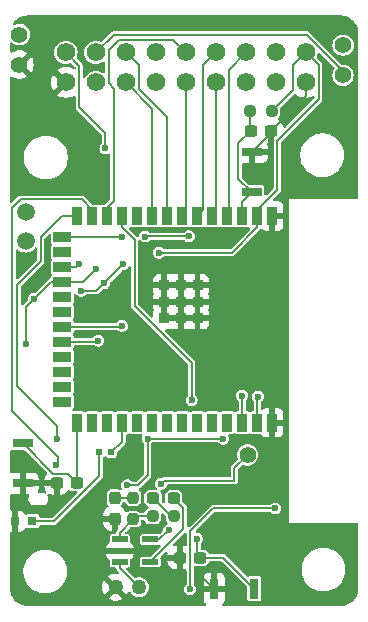
<source format=gbr>
%TF.GenerationSoftware,KiCad,Pcbnew,8.0.5*%
%TF.CreationDate,2025-04-10T23:54:11-07:00*%
%TF.ProjectId,ESP32,45535033-322e-46b6-9963-61645f706362,rev?*%
%TF.SameCoordinates,Original*%
%TF.FileFunction,Copper,L1,Top*%
%TF.FilePolarity,Positive*%
%FSLAX46Y46*%
G04 Gerber Fmt 4.6, Leading zero omitted, Abs format (unit mm)*
G04 Created by KiCad (PCBNEW 8.0.5) date 2025-04-10 23:54:11*
%MOMM*%
%LPD*%
G01*
G04 APERTURE LIST*
G04 Aperture macros list*
%AMRoundRect*
0 Rectangle with rounded corners*
0 $1 Rounding radius*
0 $2 $3 $4 $5 $6 $7 $8 $9 X,Y pos of 4 corners*
0 Add a 4 corners polygon primitive as box body*
4,1,4,$2,$3,$4,$5,$6,$7,$8,$9,$2,$3,0*
0 Add four circle primitives for the rounded corners*
1,1,$1+$1,$2,$3*
1,1,$1+$1,$4,$5*
1,1,$1+$1,$6,$7*
1,1,$1+$1,$8,$9*
0 Add four rect primitives between the rounded corners*
20,1,$1+$1,$2,$3,$4,$5,0*
20,1,$1+$1,$4,$5,$6,$7,0*
20,1,$1+$1,$6,$7,$8,$9,0*
20,1,$1+$1,$8,$9,$2,$3,0*%
G04 Aperture macros list end*
%TA.AperFunction,ComponentPad*%
%ADD10C,1.400000*%
%TD*%
%TA.AperFunction,SMDPad,CuDef*%
%ADD11R,1.320800X0.508000*%
%TD*%
%TA.AperFunction,SMDPad,CuDef*%
%ADD12R,0.475000X0.500000*%
%TD*%
%TA.AperFunction,ComponentPad*%
%ADD13C,1.498600*%
%TD*%
%TA.AperFunction,SMDPad,CuDef*%
%ADD14R,0.787400X0.787400*%
%TD*%
%TA.AperFunction,SMDPad,CuDef*%
%ADD15R,0.900000X1.500000*%
%TD*%
%TA.AperFunction,SMDPad,CuDef*%
%ADD16R,1.500000X0.900000*%
%TD*%
%TA.AperFunction,SMDPad,CuDef*%
%ADD17R,0.900000X0.900000*%
%TD*%
%TA.AperFunction,ComponentPad*%
%ADD18C,1.574800*%
%TD*%
%TA.AperFunction,SMDPad,CuDef*%
%ADD19RoundRect,0.237500X0.250000X0.237500X-0.250000X0.237500X-0.250000X-0.237500X0.250000X-0.237500X0*%
%TD*%
%TA.AperFunction,SMDPad,CuDef*%
%ADD20R,1.700000X0.800000*%
%TD*%
%TA.AperFunction,SMDPad,CuDef*%
%ADD21RoundRect,0.237500X-0.300000X-0.237500X0.300000X-0.237500X0.300000X0.237500X-0.300000X0.237500X0*%
%TD*%
%TA.AperFunction,SMDPad,CuDef*%
%ADD22R,0.800000X1.700000*%
%TD*%
%TA.AperFunction,SMDPad,CuDef*%
%ADD23RoundRect,0.237500X0.300000X0.237500X-0.300000X0.237500X-0.300000X-0.237500X0.300000X-0.237500X0*%
%TD*%
%TA.AperFunction,SMDPad,CuDef*%
%ADD24RoundRect,0.237500X-0.287500X-0.237500X0.287500X-0.237500X0.287500X0.237500X-0.287500X0.237500X0*%
%TD*%
%TA.AperFunction,SMDPad,CuDef*%
%ADD25RoundRect,0.237500X0.237500X-0.287500X0.237500X0.287500X-0.237500X0.287500X-0.237500X-0.287500X0*%
%TD*%
%TA.AperFunction,SMDPad,CuDef*%
%ADD26RoundRect,0.237500X-0.237500X0.250000X-0.237500X-0.250000X0.237500X-0.250000X0.237500X0.250000X0*%
%TD*%
%TA.AperFunction,ComponentPad*%
%ADD27C,1.270000*%
%TD*%
%TA.AperFunction,ViaPad*%
%ADD28C,0.600000*%
%TD*%
%TA.AperFunction,Conductor*%
%ADD29C,0.200000*%
%TD*%
G04 APERTURE END LIST*
D10*
%TO.P,,1*%
%TO.N,Net-(D4-A)*%
X132380000Y-138180000D03*
%TD*%
%TO.P,,1*%
%TO.N,/SDA*%
X140470000Y-103500000D03*
%TD*%
%TO.P,,1*%
%TO.N,/SCL*%
X140460000Y-106050000D03*
%TD*%
%TO.P,REF\u002A\u002A,1*%
%TO.N,+3V3*%
X113060000Y-102590000D03*
%TO.P,REF\u002A\u002A,2*%
%TO.N,GND*%
X113060000Y-105130000D03*
%TD*%
D11*
%TO.P,U4,1*%
%TO.N,Net-(R12-Pad2)*%
X121564600Y-145339999D03*
%TO.P,U4,2*%
%TO.N,GND*%
X121564600Y-146290000D03*
%TO.P,U4,3*%
%TO.N,Net-(J4-Pin_1)*%
X121564600Y-147240001D03*
%TO.P,U4,4*%
%TO.N,Net-(D4-A)*%
X124155400Y-147240001D03*
%TO.P,U4,5*%
%TO.N,Net-(JP2-B)*%
X124155400Y-145339999D03*
%TD*%
D12*
%TO.P,R6,2*%
%TO.N,Net-(D2-A)*%
X119820000Y-137960000D03*
%TO.P,R6,1*%
%TO.N,Net-(U2-IO37)*%
X120844000Y-137960000D03*
%TD*%
D13*
%TO.P,J3,1,Pin_1*%
%TO.N,Net-(J3-Pin_1)*%
X113596900Y-120086600D03*
%TO.P,J3,2,Pin_2*%
%TO.N,Net-(J3-Pin_2)*%
X113596900Y-117586600D03*
%TD*%
D14*
%TO.P,D2,2,A*%
%TO.N,Net-(D2-A)*%
X114150000Y-143790000D03*
%TO.P,D2,1,K*%
%TO.N,GND*%
X112651400Y-143790000D03*
%TD*%
D15*
%TO.P,U2,1,GND*%
%TO.N,GND*%
X134460000Y-117950000D03*
%TO.P,U2,2,3V3*%
%TO.N,+3V3*%
X133190000Y-117950000D03*
%TO.P,U2,3,EN*%
%TO.N,Net-(SW1A-B)*%
X131920000Y-117950000D03*
%TO.P,U2,4,IO4*%
%TO.N,/D3*%
X130650000Y-117950000D03*
%TO.P,U2,5,IO5*%
%TO.N,/D4*%
X129380000Y-117950000D03*
%TO.P,U2,6,IO6*%
%TO.N,/D5*%
X128110000Y-117950000D03*
%TO.P,U2,7,IO7*%
%TO.N,/D6*%
X126840000Y-117950000D03*
%TO.P,U2,8,IO15*%
%TO.N,/VS*%
X125570000Y-117950000D03*
%TO.P,U2,9,IO16*%
%TO.N,/HS*%
X124300000Y-117950000D03*
%TO.P,U2,10,IO17*%
%TO.N,unconnected-(U2-IO17-Pad10)*%
X123030000Y-117950000D03*
%TO.P,U2,11,IO18*%
%TO.N,Net-(SW3A-B)*%
X121760000Y-117950000D03*
%TO.P,U2,12,IO8*%
%TO.N,/D7*%
X120490000Y-117950000D03*
%TO.P,U2,13,IO19*%
%TO.N,/USB_D-*%
X119220000Y-117950000D03*
%TO.P,U2,14,IO20*%
%TO.N,/USB_D+*%
X117950000Y-117950000D03*
D16*
%TO.P,U2,15,IO3*%
%TO.N,/D2*%
X116700000Y-119715000D03*
%TO.P,U2,16,IO46*%
%TO.N,unconnected-(U2-IO46-Pad16)*%
X116700000Y-120985000D03*
%TO.P,U2,17,IO9*%
%TO.N,/SCL*%
X116700000Y-122255000D03*
%TO.P,U2,18,IO10*%
%TO.N,/SDA*%
X116700000Y-123525000D03*
%TO.P,U2,19,IO11*%
%TO.N,unconnected-(U2-IO11-Pad19)*%
X116700000Y-124795000D03*
%TO.P,U2,20,IO12*%
%TO.N,unconnected-(U2-IO12-Pad20)*%
X116700000Y-126065000D03*
%TO.P,U2,21,IO13*%
%TO.N,/PCLK*%
X116700000Y-127335000D03*
%TO.P,U2,22,IO14*%
%TO.N,/MCLK*%
X116700000Y-128605000D03*
%TO.P,U2,23,IO21*%
%TO.N,unconnected-(U2-IO21-Pad23)*%
X116700000Y-129875000D03*
%TO.P,U2,24,IO33*%
%TO.N,unconnected-(U2-IO33-Pad24)*%
X116700000Y-131145000D03*
%TO.P,U2,25,IO34*%
%TO.N,unconnected-(U2-IO34-Pad25)*%
X116700000Y-132415000D03*
%TO.P,U2,26,IO45*%
%TO.N,unconnected-(U2-IO45-Pad26)*%
X116700000Y-133685000D03*
D15*
%TO.P,U2,27,IO0*%
%TO.N,Net-(SW2A-B)*%
X117950000Y-135450000D03*
%TO.P,U2,28,IO35*%
%TO.N,unconnected-(U2-IO35-Pad28)*%
X119220000Y-135450000D03*
%TO.P,U2,29,IO36*%
%TO.N,unconnected-(U2-IO36-Pad29)*%
X120490000Y-135450000D03*
%TO.P,U2,30,IO37*%
%TO.N,Net-(U2-IO37)*%
X121760000Y-135450000D03*
%TO.P,U2,31,IO38*%
%TO.N,unconnected-(U2-IO38-Pad31)*%
X123030000Y-135450000D03*
%TO.P,U2,32,IO39*%
%TO.N,unconnected-(U2-IO39-Pad32)*%
X124300000Y-135450000D03*
%TO.P,U2,33,IO40*%
%TO.N,unconnected-(U2-IO40-Pad33)*%
X125570000Y-135450000D03*
%TO.P,U2,34,IO41*%
%TO.N,unconnected-(U2-IO41-Pad34)*%
X126840000Y-135450000D03*
%TO.P,U2,35,IO42*%
%TO.N,unconnected-(U2-IO42-Pad35)*%
X128110000Y-135450000D03*
%TO.P,U2,36,RXD0*%
%TO.N,unconnected-(U2-RXD0-Pad36)*%
X129380000Y-135450000D03*
%TO.P,U2,37,TXD0*%
%TO.N,unconnected-(U2-TXD0-Pad37)*%
X130650000Y-135450000D03*
%TO.P,U2,38,IO2*%
%TO.N,/D1*%
X131920000Y-135450000D03*
%TO.P,U2,39,IO1*%
%TO.N,/D0*%
X133190000Y-135450000D03*
%TO.P,U2,40,GND__1*%
%TO.N,GND*%
X134460000Y-135450000D03*
D17*
%TO.P,U2,41_1,EPAD*%
X128140000Y-123800000D03*
%TO.P,U2,41_2,EPAD__1*%
X128140000Y-125200000D03*
%TO.P,U2,41_3,EPAD__2*%
X128140000Y-126600000D03*
%TO.P,U2,41_4,EPAD__3*%
X126740000Y-123800000D03*
%TO.P,U2,41_5,EPAD__4*%
X126740000Y-125200000D03*
%TO.P,U2,41_6,EPAD__5*%
X126740000Y-126600000D03*
%TO.P,U2,41_7,EPAD__6*%
X125340000Y-123800000D03*
%TO.P,U2,41_8,EPAD__7*%
X125340000Y-125200000D03*
%TO.P,U2,41_9,EPAD__8*%
X125340000Y-126600000D03*
%TD*%
D18*
%TO.P,J1,1,1*%
%TO.N,+3V3*%
X117000000Y-104100000D03*
%TO.P,J1,2,2*%
%TO.N,/SCL*%
X119540000Y-104100000D03*
%TO.P,J1,3,3*%
%TO.N,/VS*%
X122080000Y-104100000D03*
%TO.P,J1,4,4*%
%TO.N,/PCLK*%
X124620000Y-104100000D03*
%TO.P,J1,5,5*%
%TO.N,/D7*%
X127160000Y-104100000D03*
%TO.P,J1,6,6*%
%TO.N,/D5*%
X129700000Y-104100000D03*
%TO.P,J1,7,7*%
%TO.N,/D3*%
X132240000Y-104100000D03*
%TO.P,J1,8,8*%
%TO.N,/D1*%
X134780000Y-104100000D03*
%TO.P,J1,9,9*%
%TO.N,+3V3*%
X137320000Y-104100000D03*
%TD*%
D19*
%TO.P,R3,1*%
%TO.N,+3V3*%
X134412500Y-109090000D03*
%TO.P,R3,2*%
%TO.N,Net-(SW1A-B)*%
X132587500Y-109090000D03*
%TD*%
D20*
%TO.P,SW2,2,B*%
%TO.N,Net-(SW2A-B)*%
X113330000Y-137190000D03*
%TO.P,SW2,1,A*%
%TO.N,GND*%
X113330000Y-140590004D03*
%TD*%
D21*
%TO.P,C6,1*%
%TO.N,GND*%
X126635000Y-146890000D03*
%TO.P,C6,2*%
%TO.N,Net-(SW3A-B)*%
X128360000Y-146890000D03*
%TD*%
D20*
%TO.P,SW1,1,A*%
%TO.N,GND*%
X132750000Y-112549998D03*
%TO.P,SW1,2,B*%
%TO.N,Net-(SW1A-B)*%
X132750000Y-115950002D03*
%TD*%
D21*
%TO.P,C3,1*%
%TO.N,GND*%
X116212496Y-140562500D03*
%TO.P,C3,2*%
%TO.N,Net-(SW2A-B)*%
X117937496Y-140562500D03*
%TD*%
D22*
%TO.P,SW3,2,B*%
%TO.N,Net-(SW3A-B)*%
X132950000Y-149510000D03*
%TO.P,SW3,1,A*%
%TO.N,GND*%
X129549996Y-149510000D03*
%TD*%
D23*
%TO.P,C2,1*%
%TO.N,GND*%
X134362500Y-110750000D03*
%TO.P,C2,2*%
%TO.N,Net-(SW1A-B)*%
X132637500Y-110750000D03*
%TD*%
D18*
%TO.P,J2,1,1*%
%TO.N,GND*%
X117000000Y-106640000D03*
%TO.P,J2,2,2*%
%TO.N,/SDA*%
X119540000Y-106640000D03*
%TO.P,J2,3,3*%
%TO.N,/HS*%
X122080000Y-106640000D03*
%TO.P,J2,4,4*%
%TO.N,Net-(J2-Pad4)*%
X124620000Y-106640000D03*
%TO.P,J2,5,5*%
%TO.N,/D6*%
X127160000Y-106640000D03*
%TO.P,J2,6,6*%
%TO.N,/D4*%
X129700000Y-106640000D03*
%TO.P,J2,7,7*%
%TO.N,/D2*%
X132240000Y-106640000D03*
%TO.P,J2,8,8*%
%TO.N,/D0*%
X134780000Y-106640000D03*
%TO.P,J2,9,9*%
%TO.N,GND*%
X137320000Y-106640000D03*
%TD*%
D24*
%TO.P,D4,2,A*%
%TO.N,Net-(D4-A)*%
X126122500Y-141830000D03*
%TO.P,D4,1,K*%
%TO.N,Net-(D4-K)*%
X124372500Y-141830000D03*
%TD*%
D19*
%TO.P,R12,2*%
%TO.N,Net-(R12-Pad2)*%
X124337500Y-143360000D03*
%TO.P,R12,1*%
%TO.N,Net-(D4-K)*%
X126162500Y-143360000D03*
%TD*%
D25*
%TO.P,D5,2,A*%
%TO.N,Net-(D5-A)*%
X121120000Y-141825000D03*
%TO.P,D5,1,K*%
%TO.N,GND*%
X121120000Y-143575000D03*
%TD*%
D26*
%TO.P,R13,1*%
%TO.N,Net-(D5-A)*%
X122690000Y-141797500D03*
%TO.P,R13,2*%
%TO.N,Net-(R12-Pad2)*%
X122690000Y-143622500D03*
%TD*%
D27*
%TO.P,J4,1,Pin_1*%
%TO.N,Net-(J4-Pin_1)*%
X123200001Y-149390000D03*
%TO.P,J4,2,Pin_2*%
%TO.N,GND*%
X121200000Y-149390000D03*
%TD*%
D28*
%TO.N,GND*%
X113310000Y-122050000D03*
%TO.N,Net-(JP2-B)*%
X125690000Y-144560000D03*
%TO.N,+3V3*%
X122180000Y-140740000D03*
X120240000Y-123630000D03*
X121830000Y-122040000D03*
%TO.N,GND*%
X115485210Y-120349313D03*
%TO.N,/SDA*%
X114260000Y-124960000D03*
%TO.N,GND*%
X120850000Y-139540000D03*
X121050000Y-140740000D03*
X116150000Y-141850000D03*
%TO.N,+3V3*%
X124860000Y-121050000D03*
X123910000Y-136800000D03*
X120340000Y-112230000D03*
%TO.N,GND*%
X128170000Y-148500000D03*
%TO.N,Net-(J4-Pin_1)*%
X134740000Y-142710000D03*
%TO.N,Net-(D4-A)*%
X125060000Y-140630000D03*
%TO.N,Net-(SW3A-B)*%
X128130000Y-145280000D03*
%TO.N,Net-(J4-Pin_1)*%
X127520000Y-149550000D03*
%TO.N,Net-(SW3A-B)*%
X127650000Y-133540000D03*
%TO.N,/D2*%
X121750000Y-119738528D03*
X123700000Y-119690000D03*
%TO.N,/USB_D-*%
X116170000Y-139050000D03*
%TO.N,/USB_D+*%
X116274997Y-136820400D03*
%TO.N,/SCL*%
X118087400Y-122000000D03*
%TO.N,/SDA*%
X113600000Y-128770000D03*
X119540000Y-122460000D03*
%TO.N,/PCLK*%
X121750000Y-127250000D03*
%TO.N,/D1*%
X131920000Y-133150000D03*
%TO.N,/MCLK*%
X119750000Y-128500000D03*
%TO.N,/D0*%
X133250000Y-133250000D03*
%TO.N,/D2*%
X127410000Y-119660000D03*
%TO.N,+3V3*%
X130320000Y-136810000D03*
X118290000Y-124290000D03*
%TD*%
D29*
%TO.N,/SCL*%
X140460000Y-105702184D02*
X140460000Y-106050000D01*
X137370416Y-102612600D02*
X140460000Y-105702184D01*
X121027400Y-102612600D02*
X137370416Y-102612600D01*
X119540000Y-104100000D02*
X121027400Y-102612600D01*
%TO.N,Net-(D4-A)*%
X131250000Y-139310000D02*
X132390000Y-138170000D01*
X131250000Y-140370000D02*
X131250000Y-139310000D01*
%TO.N,/USB_D-*%
X112465000Y-134465000D02*
X116340000Y-138340000D01*
X116340000Y-138340000D02*
X116340000Y-139010000D01*
X112465000Y-117234565D02*
X112465000Y-134465000D01*
X119220000Y-117410000D02*
X118347300Y-116537300D01*
X118347300Y-116537300D02*
X113162265Y-116537300D01*
X113162265Y-116537300D02*
X112465000Y-117234565D01*
X119220000Y-117950000D02*
X119220000Y-117410000D01*
X116340000Y-139010000D02*
X116320000Y-139030000D01*
%TO.N,Net-(D2-A)*%
X119820000Y-139984218D02*
X116014218Y-143790000D01*
X116014218Y-143790000D02*
X114150000Y-143790000D01*
X119820000Y-137960000D02*
X119820000Y-139984218D01*
%TO.N,Net-(U2-IO37)*%
X121760000Y-137044000D02*
X120844000Y-137960000D01*
X121760000Y-135450000D02*
X121760000Y-137044000D01*
%TO.N,Net-(JP2-B)*%
X124910001Y-145339999D02*
X125690000Y-144560000D01*
X124155400Y-145339999D02*
X124910001Y-145339999D01*
%TO.N,Net-(D4-K)*%
X125902500Y-143360000D02*
X124372500Y-141830000D01*
X126162500Y-143360000D02*
X125902500Y-143360000D01*
%TO.N,Net-(J4-Pin_1)*%
X121564600Y-147754599D02*
X121564600Y-147240001D01*
X123200001Y-149390000D02*
X121564600Y-147754599D01*
%TO.N,Net-(D4-A)*%
X126950000Y-142657500D02*
X126122500Y-141830000D01*
X126950000Y-144445401D02*
X126950000Y-142657500D01*
X124155400Y-147240001D02*
X126950000Y-144445401D01*
%TO.N,Net-(R12-Pad2)*%
X122952500Y-143360000D02*
X122690000Y-143622500D01*
X124337500Y-143360000D02*
X122952500Y-143360000D01*
X121564600Y-145339999D02*
X121564600Y-144747900D01*
X121564600Y-144747900D02*
X122690000Y-143622500D01*
%TO.N,Net-(D5-A)*%
X121120000Y-141825000D02*
X122662500Y-141825000D01*
X122662500Y-141825000D02*
X122690000Y-141797500D01*
%TO.N,+3V3*%
X123080000Y-140740000D02*
X123910000Y-139910000D01*
X122180000Y-140740000D02*
X123080000Y-140740000D01*
X119580000Y-124290000D02*
X120240000Y-123630000D01*
X118290000Y-124290000D02*
X119580000Y-124290000D01*
X120240000Y-123630000D02*
X121830000Y-122040000D01*
%TO.N,/USB_D+*%
X114880000Y-119735000D02*
X116665000Y-117950000D01*
X114880000Y-119970000D02*
X114880000Y-119735000D01*
X114880000Y-121780000D02*
X114880000Y-119970000D01*
X112865000Y-123795000D02*
X114880000Y-121780000D01*
X112865000Y-132313320D02*
X112865000Y-123795000D01*
%TO.N,/SDA*%
X113590000Y-128570000D02*
X113420000Y-128740000D01*
X113590000Y-125685000D02*
X113590000Y-128570000D01*
X115750000Y-123525000D02*
X113590000Y-125685000D01*
X116700000Y-123525000D02*
X115750000Y-123525000D01*
%TO.N,GND*%
X121050000Y-140740000D02*
X121050000Y-139740000D01*
X121050000Y-139740000D02*
X120850000Y-139540000D01*
X116212496Y-141787504D02*
X116150000Y-141850000D01*
X116212496Y-140562500D02*
X116212496Y-141787504D01*
%TO.N,+3V3*%
X138407400Y-105187400D02*
X137320000Y-104100000D01*
X138407400Y-108042600D02*
X138407400Y-105187400D01*
X134891722Y-111558278D02*
X138407400Y-108042600D01*
X134891722Y-115718278D02*
X134891722Y-111558278D01*
X133190000Y-117420000D02*
X134891722Y-115718278D01*
X133190000Y-117950000D02*
X133190000Y-117420000D01*
X124860000Y-121050000D02*
X131040000Y-121050000D01*
X131040000Y-121050000D02*
X133190000Y-118900000D01*
X133190000Y-118900000D02*
X133190000Y-117950000D01*
%TO.N,GND*%
X113357504Y-140562500D02*
X113330000Y-140590004D01*
X116212496Y-140562500D02*
X113357504Y-140562500D01*
%TO.N,Net-(SW2A-B)*%
X115927500Y-139787500D02*
X117162496Y-139787500D01*
X117162496Y-139787500D02*
X117937496Y-140562500D01*
X113330000Y-137190000D02*
X115927500Y-139787500D01*
%TO.N,+3V3*%
X123910000Y-139910000D02*
X123910000Y-136800000D01*
X123920000Y-136810000D02*
X123910000Y-136800000D01*
X120340000Y-110910000D02*
X120340000Y-112230000D01*
X118120000Y-108690000D02*
X120340000Y-110910000D01*
X118120000Y-105220000D02*
X118120000Y-108690000D01*
X117000000Y-104100000D02*
X118120000Y-105220000D01*
%TO.N,/D7*%
X121070000Y-116660000D02*
X120490000Y-117240000D01*
X120627400Y-103872600D02*
X120627400Y-106725216D01*
X120490000Y-117240000D02*
X120490000Y-117950000D01*
X121487400Y-103012600D02*
X120627400Y-103872600D01*
X120627400Y-106725216D02*
X121070000Y-107167816D01*
X126072600Y-103012600D02*
X121487400Y-103012600D01*
X121070000Y-107167816D02*
X121070000Y-116660000D01*
X127160000Y-104100000D02*
X126072600Y-103012600D01*
%TO.N,GND*%
X126635000Y-149515000D02*
X126635000Y-146890000D01*
X127270000Y-150150000D02*
X126635000Y-149515000D01*
X127768529Y-150150000D02*
X127270000Y-150150000D01*
X128170000Y-148500000D02*
X128170000Y-149748529D01*
X128170000Y-149748529D02*
X127768529Y-150150000D01*
X128170000Y-148500000D02*
X128539996Y-148500000D01*
X128539996Y-148500000D02*
X129549996Y-149510000D01*
%TO.N,Net-(SW3A-B)*%
X130330000Y-146890000D02*
X132950000Y-149510000D01*
X128360000Y-146890000D02*
X130330000Y-146890000D01*
%TO.N,Net-(D4-A)*%
X125320000Y-140370000D02*
X131250000Y-140370000D01*
%TO.N,Net-(J4-Pin_1)*%
X129450980Y-142710000D02*
X134740000Y-142710000D01*
X129395490Y-142765490D02*
X129450980Y-142710000D01*
X129395490Y-142765490D02*
X127520000Y-144640981D01*
%TO.N,Net-(D4-A)*%
X125060000Y-140630000D02*
X125320000Y-140370000D01*
%TO.N,Net-(SW3A-B)*%
X128130000Y-146660000D02*
X128360000Y-146890000D01*
X128130000Y-145280000D02*
X128130000Y-146660000D01*
%TO.N,Net-(J4-Pin_1)*%
X127520000Y-144640981D02*
X127520000Y-149550000D01*
%TO.N,Net-(SW3A-B)*%
X127650000Y-133540000D02*
X127650000Y-133610000D01*
%TO.N,/D2*%
X121726472Y-119715000D02*
X116700000Y-119715000D01*
X121750000Y-119738528D02*
X121726472Y-119715000D01*
X123730000Y-119660000D02*
X123700000Y-119690000D01*
X127410000Y-119660000D02*
X123730000Y-119660000D01*
%TO.N,Net-(SW3A-B)*%
X121760000Y-118900000D02*
X122820000Y-119960000D01*
X121760000Y-117950000D02*
X121760000Y-118900000D01*
X122820000Y-125580000D02*
X127650000Y-130410000D01*
X122820000Y-119960000D02*
X122820000Y-125580000D01*
%TO.N,Net-(SW1A-B)*%
X132000000Y-117870000D02*
X131920000Y-117950000D01*
X132587500Y-110700000D02*
X132637500Y-110750000D01*
X131600000Y-111787500D02*
X131600000Y-114800002D01*
X131920000Y-116780002D02*
X132750000Y-115950002D01*
X131920000Y-117950000D02*
X131920000Y-116780002D01*
X132637500Y-110750000D02*
X131600000Y-111787500D01*
X132587500Y-109090000D02*
X132587500Y-110700000D01*
X131600000Y-114800002D02*
X132750000Y-115950002D01*
%TO.N,GND*%
X132637500Y-112437498D02*
X132750000Y-112549998D01*
X137320000Y-107792500D02*
X137320000Y-106640000D01*
X134362500Y-110937498D02*
X134362500Y-110750000D01*
X134362500Y-110750000D02*
X137320000Y-107792500D01*
X132750000Y-112549998D02*
X134362500Y-110937498D01*
%TO.N,Net-(SW2A-B)*%
X117950000Y-135450000D02*
X117950000Y-137000000D01*
X117937496Y-137012504D02*
X117950000Y-137000000D01*
X117937496Y-140562500D02*
X117937496Y-137012504D01*
%TO.N,+3V3*%
X136232600Y-107269900D02*
X136232600Y-105187400D01*
X136232600Y-105187400D02*
X137320000Y-104100000D01*
X134412500Y-109090000D02*
X136232600Y-107269900D01*
%TO.N,Net-(SW3A-B)*%
X127650000Y-130410000D02*
X127650000Y-133540000D01*
%TO.N,/USB_D+*%
X116274997Y-136820400D02*
X116274997Y-135723317D01*
X116665000Y-117950000D02*
X117950000Y-117950000D01*
X116274997Y-135723317D02*
X112865000Y-132313320D01*
%TO.N,/SCL*%
X116700000Y-122255000D02*
X117832400Y-122255000D01*
X117832400Y-122255000D02*
X118087400Y-122000000D01*
%TO.N,/SDA*%
X118475000Y-123525000D02*
X119540000Y-122460000D01*
X116700000Y-123525000D02*
X118475000Y-123525000D01*
%TO.N,/HS*%
X122080000Y-106640000D02*
X124300000Y-108860000D01*
X124300000Y-108860000D02*
X124300000Y-117950000D01*
%TO.N,/VS*%
X123167400Y-105187400D02*
X123167400Y-107161714D01*
X123167400Y-107161714D02*
X125570000Y-109564314D01*
X122080000Y-104100000D02*
X123167400Y-105187400D01*
X125570000Y-109564314D02*
X125570000Y-117950000D01*
%TO.N,/D3*%
X130787400Y-117812600D02*
X130787400Y-105552600D01*
X130787400Y-105552600D02*
X132240000Y-104100000D01*
X130650000Y-117950000D02*
X130787400Y-117812600D01*
%TO.N,/D7*%
X120490000Y-117950000D02*
X120627400Y-117812600D01*
%TO.N,/PCLK*%
X121665000Y-127335000D02*
X121750000Y-127250000D01*
X116700000Y-127335000D02*
X121665000Y-127335000D01*
%TO.N,/D1*%
X131920000Y-133150000D02*
X131920000Y-135450000D01*
X131920000Y-133080000D02*
X131920000Y-133150000D01*
X132000000Y-133000000D02*
X131920000Y-133080000D01*
%TO.N,/MCLK*%
X119645000Y-128605000D02*
X119750000Y-128500000D01*
X116700000Y-128605000D02*
X119645000Y-128605000D01*
X116700000Y-128605000D02*
X116120000Y-128605000D01*
%TO.N,/D0*%
X133190000Y-133310000D02*
X133190000Y-135450000D01*
X133250000Y-133250000D02*
X133190000Y-133310000D01*
%TO.N,/D6*%
X127160000Y-106640000D02*
X127160000Y-117630000D01*
X127160000Y-117630000D02*
X126840000Y-117950000D01*
%TO.N,/D5*%
X128612600Y-105187400D02*
X129700000Y-104100000D01*
X128110000Y-117950000D02*
X128612600Y-117447400D01*
X128612600Y-117447400D02*
X128612600Y-105187400D01*
%TO.N,/D4*%
X129700000Y-117630000D02*
X129380000Y-117950000D01*
X129700000Y-106640000D02*
X129700000Y-117630000D01*
%TO.N,/D2*%
X127410000Y-119660000D02*
X127355000Y-119715000D01*
%TO.N,+3V3*%
X130320000Y-136810000D02*
X123920000Y-136810000D01*
%TD*%
%TA.AperFunction,Conductor*%
%TO.N,GND*%
G36*
X140264418Y-100970816D02*
G01*
X140464561Y-100985130D01*
X140482063Y-100987647D01*
X140673797Y-101029355D01*
X140690755Y-101034334D01*
X140874609Y-101102909D01*
X140890701Y-101110259D01*
X141062904Y-101204288D01*
X141077784Y-101213849D01*
X141234867Y-101331441D01*
X141248237Y-101343027D01*
X141386972Y-101481762D01*
X141398558Y-101495132D01*
X141516146Y-101652210D01*
X141525711Y-101667095D01*
X141619740Y-101839298D01*
X141627090Y-101855390D01*
X141695662Y-102039236D01*
X141700646Y-102056212D01*
X141742351Y-102247931D01*
X141744869Y-102265442D01*
X141759184Y-102465580D01*
X141759500Y-102474427D01*
X141759500Y-116396000D01*
X141739815Y-116463039D01*
X141687011Y-116508794D01*
X141635500Y-116520000D01*
X135929999Y-116520000D01*
X135920000Y-116529999D01*
X135920000Y-117678638D01*
X135900315Y-117745677D01*
X135883681Y-117766319D01*
X135870000Y-117779999D01*
X135870000Y-117780000D01*
X135870000Y-143950000D01*
X141635500Y-143950000D01*
X141702539Y-143969685D01*
X141748294Y-144022489D01*
X141759500Y-144074000D01*
X141759500Y-149465572D01*
X141759184Y-149474419D01*
X141744869Y-149674557D01*
X141742351Y-149692068D01*
X141700646Y-149883787D01*
X141695662Y-149900763D01*
X141627090Y-150084609D01*
X141619740Y-150100701D01*
X141525711Y-150272904D01*
X141516146Y-150287789D01*
X141398558Y-150444867D01*
X141386972Y-150458237D01*
X141248237Y-150596972D01*
X141234867Y-150608558D01*
X141077789Y-150726146D01*
X141062904Y-150735711D01*
X140890701Y-150829740D01*
X140874609Y-150837090D01*
X140690763Y-150905662D01*
X140673787Y-150910646D01*
X140482068Y-150952351D01*
X140464557Y-150954869D01*
X140283779Y-150967799D01*
X140264417Y-150969184D01*
X140255572Y-150969500D01*
X130342698Y-150969500D01*
X130275659Y-150949815D01*
X130229904Y-150897011D01*
X130219960Y-150827853D01*
X130248985Y-150764297D01*
X130268386Y-150746234D01*
X130307186Y-150717187D01*
X130393346Y-150602093D01*
X130393350Y-150602086D01*
X130443592Y-150467379D01*
X130443594Y-150467372D01*
X130449995Y-150407844D01*
X130449996Y-150407827D01*
X130449996Y-149760000D01*
X128649996Y-149760000D01*
X128649996Y-150407844D01*
X128656397Y-150467372D01*
X128656399Y-150467379D01*
X128706641Y-150602086D01*
X128706645Y-150602093D01*
X128792805Y-150717187D01*
X128831606Y-150746234D01*
X128873476Y-150802168D01*
X128878460Y-150871860D01*
X128844974Y-150933182D01*
X128783651Y-150966667D01*
X128757294Y-150969500D01*
X113764428Y-150969500D01*
X113755582Y-150969184D01*
X113733622Y-150967613D01*
X113555442Y-150954869D01*
X113537931Y-150952351D01*
X113346212Y-150910646D01*
X113329236Y-150905662D01*
X113145390Y-150837090D01*
X113129298Y-150829740D01*
X112957095Y-150735711D01*
X112942210Y-150726146D01*
X112930242Y-150717187D01*
X112785132Y-150608558D01*
X112771762Y-150596972D01*
X112633027Y-150458237D01*
X112621441Y-150444867D01*
X112503849Y-150287784D01*
X112494288Y-150272904D01*
X112400259Y-150100701D01*
X112392909Y-150084609D01*
X112380187Y-150050500D01*
X112324334Y-149900755D01*
X112319356Y-149883796D01*
X112277647Y-149692063D01*
X112275130Y-149674556D01*
X112272376Y-149636054D01*
X112260816Y-149474418D01*
X112260500Y-149465572D01*
X112260500Y-147928711D01*
X113399500Y-147928711D01*
X113399500Y-148171288D01*
X113411205Y-148260202D01*
X113431162Y-148411789D01*
X113447768Y-148473763D01*
X113493947Y-148646104D01*
X113549864Y-148781099D01*
X113586776Y-148870212D01*
X113708064Y-149080289D01*
X113708066Y-149080292D01*
X113708067Y-149080293D01*
X113855733Y-149272736D01*
X113855739Y-149272743D01*
X114027256Y-149444260D01*
X114027263Y-149444266D01*
X114140321Y-149531018D01*
X114219711Y-149591936D01*
X114429788Y-149713224D01*
X114653900Y-149806054D01*
X114888211Y-149868838D01*
X115067626Y-149892458D01*
X115128711Y-149900500D01*
X115128712Y-149900500D01*
X115371289Y-149900500D01*
X115432374Y-149892458D01*
X115611789Y-149868838D01*
X115846100Y-149806054D01*
X116070212Y-149713224D01*
X116280289Y-149591936D01*
X116472738Y-149444265D01*
X116527004Y-149389999D01*
X120060138Y-149389999D01*
X120060138Y-149390000D01*
X120079545Y-149599444D01*
X120137111Y-149801769D01*
X120230871Y-149990062D01*
X120237545Y-149998899D01*
X120819000Y-149417446D01*
X120819000Y-149440160D01*
X120844964Y-149537061D01*
X120895124Y-149623940D01*
X120966060Y-149694876D01*
X121052939Y-149745036D01*
X121149840Y-149771000D01*
X121172553Y-149771000D01*
X120593887Y-150349663D01*
X120691918Y-150410362D01*
X120691920Y-150410363D01*
X120888063Y-150486348D01*
X121094829Y-150525000D01*
X121305171Y-150525000D01*
X121511935Y-150486348D01*
X121511936Y-150486348D01*
X121708079Y-150410363D01*
X121708080Y-150410362D01*
X121806110Y-150349664D01*
X121806111Y-150349663D01*
X121227448Y-149771000D01*
X121250160Y-149771000D01*
X121347061Y-149745036D01*
X121433940Y-149694876D01*
X121504876Y-149623940D01*
X121555036Y-149537061D01*
X121581000Y-149440160D01*
X121581000Y-149417447D01*
X122162452Y-149998899D01*
X122162453Y-149998899D01*
X122169128Y-149990061D01*
X122257250Y-149813093D01*
X122304753Y-149761856D01*
X122372416Y-149744435D01*
X122438757Y-149766361D01*
X122475637Y-149806365D01*
X122520341Y-149883796D01*
X122520342Y-149883798D01*
X122520344Y-149883800D01*
X122637863Y-150014317D01*
X122734611Y-150084609D01*
X122779951Y-150117551D01*
X122841541Y-150144971D01*
X122940395Y-150188984D01*
X123112186Y-150225500D01*
X123287816Y-150225500D01*
X123459607Y-150188984D01*
X123620052Y-150117550D01*
X123762139Y-150014317D01*
X123879658Y-149883800D01*
X123967472Y-149731700D01*
X124021745Y-149564667D01*
X124040103Y-149390000D01*
X124021745Y-149215333D01*
X123967472Y-149048300D01*
X123959773Y-149034964D01*
X123879660Y-148896203D01*
X123879659Y-148896202D01*
X123879658Y-148896200D01*
X123762139Y-148765683D01*
X123697758Y-148718907D01*
X123620050Y-148662448D01*
X123481762Y-148600880D01*
X123459607Y-148591016D01*
X123459605Y-148591015D01*
X123459604Y-148591015D01*
X123287816Y-148554500D01*
X123112186Y-148554500D01*
X122940398Y-148591015D01*
X122940389Y-148591018D01*
X122939073Y-148591604D01*
X122938244Y-148591714D01*
X122934216Y-148593024D01*
X122933976Y-148592286D01*
X122869821Y-148600880D01*
X122806549Y-148571243D01*
X122800971Y-148565999D01*
X122141154Y-147906182D01*
X122107669Y-147844859D01*
X122112653Y-147775167D01*
X122154525Y-147719234D01*
X122219989Y-147694817D01*
X122228835Y-147694501D01*
X122244750Y-147694501D01*
X122244751Y-147694500D01*
X122259568Y-147691553D01*
X122303229Y-147682869D01*
X122303229Y-147682868D01*
X122303231Y-147682868D01*
X122369552Y-147638553D01*
X122413867Y-147572232D01*
X122413867Y-147572230D01*
X122413868Y-147572230D01*
X122425499Y-147513753D01*
X122425500Y-147513751D01*
X122425500Y-147080556D01*
X122445185Y-147013517D01*
X122475189Y-146981290D01*
X122582187Y-146901190D01*
X122582190Y-146901187D01*
X122668350Y-146786093D01*
X122668354Y-146786086D01*
X122718596Y-146651379D01*
X122718598Y-146651372D01*
X122724999Y-146591844D01*
X122725000Y-146591827D01*
X122725000Y-146540000D01*
X120404200Y-146540000D01*
X120404200Y-146591844D01*
X120410601Y-146651372D01*
X120410603Y-146651379D01*
X120460845Y-146786086D01*
X120460849Y-146786093D01*
X120547009Y-146901187D01*
X120547012Y-146901190D01*
X120654011Y-146981290D01*
X120695882Y-147037223D01*
X120703700Y-147080556D01*
X120703700Y-147513753D01*
X120715331Y-147572230D01*
X120715332Y-147572231D01*
X120759647Y-147638553D01*
X120825969Y-147682868D01*
X120825970Y-147682869D01*
X120884447Y-147694500D01*
X120884450Y-147694501D01*
X120884452Y-147694501D01*
X121142248Y-147694501D01*
X121209287Y-147714186D01*
X121255042Y-147766990D01*
X121262023Y-147786407D01*
X121264100Y-147794158D01*
X121264100Y-147794161D01*
X121284579Y-147870588D01*
X121318137Y-147928712D01*
X121324140Y-147939110D01*
X121433868Y-148048838D01*
X121467352Y-148110159D01*
X121462368Y-148179851D01*
X121420497Y-148235785D01*
X121355033Y-148260202D01*
X121323405Y-148258407D01*
X121305179Y-148255000D01*
X121094829Y-148255000D01*
X120888064Y-148293651D01*
X120888063Y-148293651D01*
X120691923Y-148369635D01*
X120593887Y-148430335D01*
X121172553Y-149009000D01*
X121149840Y-149009000D01*
X121052939Y-149034964D01*
X120966060Y-149085124D01*
X120895124Y-149156060D01*
X120844964Y-149242939D01*
X120819000Y-149339840D01*
X120819000Y-149362553D01*
X120237546Y-148781099D01*
X120237545Y-148781099D01*
X120230870Y-148789939D01*
X120137111Y-148978230D01*
X120079545Y-149180555D01*
X120060138Y-149389999D01*
X116527004Y-149389999D01*
X116644265Y-149272738D01*
X116791936Y-149080289D01*
X116913224Y-148870212D01*
X117006054Y-148646100D01*
X117068838Y-148411789D01*
X117100500Y-148171288D01*
X117100500Y-147928712D01*
X117068838Y-147688211D01*
X117006054Y-147453900D01*
X117000839Y-147441311D01*
X116956587Y-147334476D01*
X116913224Y-147229788D01*
X116791936Y-147019711D01*
X116644265Y-146827262D01*
X116644260Y-146827256D01*
X116472743Y-146655739D01*
X116472736Y-146655733D01*
X116280293Y-146508067D01*
X116280292Y-146508066D01*
X116280289Y-146508064D01*
X116070212Y-146386776D01*
X116070205Y-146386773D01*
X115846104Y-146293947D01*
X115611785Y-146231161D01*
X115371289Y-146199500D01*
X115371288Y-146199500D01*
X115128712Y-146199500D01*
X115128711Y-146199500D01*
X114888214Y-146231161D01*
X114653895Y-146293947D01*
X114429794Y-146386773D01*
X114429785Y-146386777D01*
X114219706Y-146508067D01*
X114027263Y-146655733D01*
X114027256Y-146655739D01*
X113855739Y-146827256D01*
X113855733Y-146827263D01*
X113708067Y-147019706D01*
X113586777Y-147229785D01*
X113586773Y-147229794D01*
X113493947Y-147453895D01*
X113431161Y-147688214D01*
X113399500Y-147928711D01*
X112260500Y-147928711D01*
X112260500Y-144807700D01*
X112280185Y-144740661D01*
X112332989Y-144694906D01*
X112384500Y-144683700D01*
X112401400Y-144683700D01*
X112401400Y-142896300D01*
X112384500Y-142896300D01*
X112317461Y-142876615D01*
X112271706Y-142823811D01*
X112260500Y-142772300D01*
X112260500Y-141609593D01*
X112280185Y-141542554D01*
X112332989Y-141496799D01*
X112397758Y-141486304D01*
X112432160Y-141490003D01*
X112432172Y-141490004D01*
X113080000Y-141490004D01*
X113080000Y-140840004D01*
X113580000Y-140840004D01*
X113580000Y-141490004D01*
X113783264Y-141490004D01*
X113850303Y-141509689D01*
X113896058Y-141562493D01*
X113906002Y-141631651D01*
X113890651Y-141676004D01*
X113861979Y-141725664D01*
X113861978Y-141725668D01*
X113827597Y-141853979D01*
X113827597Y-141986817D01*
X113861978Y-142115128D01*
X113928397Y-142230168D01*
X114022327Y-142324098D01*
X114137367Y-142390517D01*
X114265678Y-142424898D01*
X114265681Y-142424898D01*
X114398514Y-142424898D01*
X114398516Y-142424898D01*
X114398517Y-142424897D01*
X114406572Y-142423837D01*
X114406586Y-142423949D01*
X114429768Y-142420898D01*
X114920226Y-142420898D01*
X114943407Y-142423949D01*
X114943422Y-142423837D01*
X114951476Y-142424897D01*
X114951478Y-142424898D01*
X114951480Y-142424898D01*
X115084313Y-142424898D01*
X115084316Y-142424898D01*
X115212627Y-142390517D01*
X115327667Y-142324098D01*
X115421597Y-142230168D01*
X115488016Y-142115128D01*
X115522397Y-141986817D01*
X115522397Y-141853979D01*
X115488016Y-141725668D01*
X115488014Y-141725664D01*
X115488014Y-141725663D01*
X115488013Y-141725662D01*
X115444223Y-141649817D01*
X115427749Y-141581917D01*
X115450601Y-141515890D01*
X115505521Y-141472699D01*
X115575075Y-141466057D01*
X115591596Y-141471409D01*
X115591838Y-141470681D01*
X115762343Y-141527180D01*
X115863347Y-141537499D01*
X115962496Y-141537498D01*
X115962496Y-140812500D01*
X115174997Y-140812500D01*
X115174997Y-140849154D01*
X115185315Y-140950152D01*
X115239542Y-141113800D01*
X115239547Y-141113811D01*
X115329647Y-141259884D01*
X115348088Y-141327276D01*
X115327166Y-141393940D01*
X115273524Y-141438709D01*
X115204193Y-141447371D01*
X115192016Y-141444756D01*
X115137791Y-141430226D01*
X115084316Y-141415898D01*
X114951478Y-141415898D01*
X114951476Y-141415898D01*
X114943422Y-141416959D01*
X114943407Y-141416846D01*
X114920226Y-141419898D01*
X114729795Y-141419898D01*
X114662756Y-141400213D01*
X114617001Y-141347409D01*
X114607057Y-141278251D01*
X114620963Y-141236471D01*
X114623353Y-141232093D01*
X114673596Y-141097383D01*
X114673598Y-141097376D01*
X114679999Y-141037848D01*
X114680000Y-141037831D01*
X114680000Y-140840004D01*
X113580000Y-140840004D01*
X113080000Y-140840004D01*
X113080000Y-140340004D01*
X113580000Y-140340004D01*
X114680000Y-140340004D01*
X114680000Y-140142176D01*
X114679999Y-140142159D01*
X114673598Y-140082631D01*
X114673596Y-140082624D01*
X114623354Y-139947917D01*
X114623350Y-139947910D01*
X114537190Y-139832816D01*
X114537187Y-139832813D01*
X114422093Y-139746653D01*
X114422086Y-139746649D01*
X114287379Y-139696407D01*
X114287372Y-139696405D01*
X114227844Y-139690004D01*
X113580000Y-139690004D01*
X113580000Y-140340004D01*
X113080000Y-140340004D01*
X113080000Y-139690004D01*
X112432169Y-139690004D01*
X112397754Y-139693704D01*
X112328995Y-139681298D01*
X112277858Y-139633687D01*
X112260500Y-139570414D01*
X112260500Y-137901861D01*
X112280185Y-137834822D01*
X112332989Y-137789067D01*
X112402147Y-137779123D01*
X112408692Y-137780244D01*
X112460250Y-137790500D01*
X112460252Y-137790500D01*
X113454167Y-137790500D01*
X113521206Y-137810185D01*
X113541848Y-137826819D01*
X115367089Y-139652060D01*
X115400574Y-139713383D01*
X115395590Y-139783075D01*
X115367091Y-139827420D01*
X115330052Y-139864460D01*
X115330048Y-139864465D01*
X115239547Y-140011188D01*
X115239542Y-140011199D01*
X115185315Y-140174847D01*
X115174996Y-140275845D01*
X115174996Y-140312500D01*
X116338496Y-140312500D01*
X116405535Y-140332185D01*
X116451290Y-140384989D01*
X116462496Y-140436500D01*
X116462496Y-141537499D01*
X116561636Y-141537499D01*
X116561650Y-141537498D01*
X116662648Y-141527180D01*
X116826296Y-141472953D01*
X116826307Y-141472948D01*
X116973030Y-141382447D01*
X116973034Y-141382444D01*
X117094941Y-141260537D01*
X117158384Y-141157680D01*
X117210332Y-141110955D01*
X117279294Y-141099732D01*
X117337554Y-141123004D01*
X117382799Y-141156396D01*
X117430521Y-141191616D01*
X117555147Y-141235225D01*
X117555146Y-141235225D01*
X117584736Y-141238000D01*
X117584740Y-141238000D01*
X117841885Y-141238000D01*
X117908924Y-141257685D01*
X117954679Y-141310489D01*
X117964623Y-141379647D01*
X117935598Y-141443203D01*
X117929566Y-141449681D01*
X115926066Y-143453181D01*
X115864743Y-143486666D01*
X115838385Y-143489500D01*
X114867712Y-143489500D01*
X114800673Y-143469815D01*
X114754918Y-143417011D01*
X114745610Y-143382482D01*
X114745389Y-143382526D01*
X114744733Y-143379228D01*
X114744310Y-143377659D01*
X114744201Y-143376554D01*
X114732568Y-143318070D01*
X114732567Y-143318069D01*
X114688252Y-143251747D01*
X114621930Y-143207432D01*
X114621929Y-143207431D01*
X114563452Y-143195800D01*
X114563448Y-143195800D01*
X113736552Y-143195800D01*
X113736547Y-143195800D01*
X113678070Y-143207431D01*
X113678068Y-143207432D01*
X113672472Y-143211172D01*
X113605793Y-143232046D01*
X113538414Y-143213558D01*
X113491726Y-143161577D01*
X113489107Y-143155409D01*
X113488450Y-143154206D01*
X113402290Y-143039112D01*
X113402287Y-143039109D01*
X113287193Y-142952949D01*
X113287186Y-142952945D01*
X113152479Y-142902703D01*
X113152472Y-142902701D01*
X113092944Y-142896300D01*
X112901400Y-142896300D01*
X112901400Y-144683700D01*
X113092928Y-144683700D01*
X113092944Y-144683699D01*
X113152472Y-144677298D01*
X113152479Y-144677296D01*
X113287186Y-144627054D01*
X113287193Y-144627050D01*
X113402287Y-144540890D01*
X113402290Y-144540887D01*
X113488450Y-144425793D01*
X113492704Y-144418004D01*
X113494575Y-144419025D01*
X113529259Y-144372678D01*
X113594720Y-144348250D01*
X113662995Y-144363091D01*
X113672476Y-144368830D01*
X113678069Y-144372567D01*
X113678070Y-144372567D01*
X113678070Y-144372568D01*
X113736547Y-144384199D01*
X113736550Y-144384200D01*
X113736552Y-144384200D01*
X114563450Y-144384200D01*
X114563451Y-144384199D01*
X114578268Y-144381252D01*
X114621929Y-144372568D01*
X114621929Y-144372567D01*
X114621931Y-144372567D01*
X114688252Y-144328252D01*
X114732567Y-144261931D01*
X114732567Y-144261929D01*
X114732568Y-144261929D01*
X114744201Y-144203445D01*
X114744310Y-144202341D01*
X114744528Y-144201799D01*
X114745389Y-144197474D01*
X114746209Y-144197637D01*
X114770473Y-144137554D01*
X114827509Y-144097198D01*
X114867712Y-144090500D01*
X116053778Y-144090500D01*
X116053780Y-144090500D01*
X116130207Y-144070021D01*
X116198729Y-144030460D01*
X116254678Y-143974511D01*
X116317535Y-143911654D01*
X120145001Y-143911654D01*
X120155319Y-144012652D01*
X120209546Y-144176300D01*
X120209551Y-144176311D01*
X120300052Y-144323034D01*
X120300055Y-144323038D01*
X120421961Y-144444944D01*
X120421965Y-144444947D01*
X120568688Y-144535448D01*
X120568699Y-144535453D01*
X120732347Y-144589680D01*
X120833352Y-144599999D01*
X120870000Y-144599999D01*
X120870000Y-143825000D01*
X120145001Y-143825000D01*
X120145001Y-143911654D01*
X116317535Y-143911654D01*
X120060460Y-140168729D01*
X120100022Y-140100206D01*
X120120500Y-140023780D01*
X120120500Y-139944656D01*
X120120500Y-138475323D01*
X120140185Y-138408284D01*
X120175609Y-138372221D01*
X120202052Y-138354552D01*
X120228898Y-138314375D01*
X120282510Y-138269570D01*
X120351835Y-138260863D01*
X120414863Y-138291018D01*
X120435102Y-138314375D01*
X120461947Y-138354552D01*
X120528269Y-138398867D01*
X120528270Y-138398868D01*
X120586747Y-138410499D01*
X120586750Y-138410500D01*
X120586752Y-138410500D01*
X121101250Y-138410500D01*
X121101251Y-138410499D01*
X121116068Y-138407552D01*
X121159729Y-138398868D01*
X121159729Y-138398867D01*
X121159731Y-138398867D01*
X121226052Y-138354552D01*
X121270367Y-138288231D01*
X121270367Y-138288229D01*
X121270368Y-138288229D01*
X121281999Y-138229752D01*
X121282000Y-138229750D01*
X121282000Y-137998333D01*
X121301685Y-137931294D01*
X121318319Y-137910652D01*
X121623346Y-137605625D01*
X122000460Y-137228511D01*
X122040022Y-137159988D01*
X122060500Y-137083562D01*
X122060500Y-137004438D01*
X122060500Y-136524500D01*
X122080185Y-136457461D01*
X122132989Y-136411706D01*
X122184500Y-136400500D01*
X122229750Y-136400500D01*
X122229751Y-136400499D01*
X122244568Y-136397552D01*
X122288229Y-136388868D01*
X122288231Y-136388867D01*
X122326108Y-136363558D01*
X122392785Y-136342679D01*
X122460165Y-136361163D01*
X122463892Y-136363558D01*
X122501768Y-136388867D01*
X122501770Y-136388868D01*
X122560247Y-136400499D01*
X122560250Y-136400500D01*
X123349275Y-136400500D01*
X123416314Y-136420185D01*
X123462069Y-136472989D01*
X123472013Y-136542147D01*
X123462069Y-136576011D01*
X123424835Y-136657541D01*
X123424834Y-136657542D01*
X123404353Y-136800000D01*
X123424834Y-136942456D01*
X123458947Y-137017152D01*
X123484623Y-137073373D01*
X123578872Y-137182143D01*
X123578875Y-137182144D01*
X123579213Y-137182535D01*
X123608238Y-137246091D01*
X123609500Y-137263738D01*
X123609500Y-139734167D01*
X123589815Y-139801206D01*
X123573181Y-139821848D01*
X122991848Y-140403181D01*
X122930525Y-140436666D01*
X122904167Y-140439500D01*
X122638501Y-140439500D01*
X122571462Y-140419815D01*
X122544788Y-140396703D01*
X122511128Y-140357857D01*
X122390053Y-140280047D01*
X122390051Y-140280046D01*
X122390049Y-140280045D01*
X122390050Y-140280045D01*
X122251963Y-140239500D01*
X122251961Y-140239500D01*
X122108039Y-140239500D01*
X122108036Y-140239500D01*
X121969949Y-140280045D01*
X121848873Y-140357856D01*
X121754623Y-140466626D01*
X121754622Y-140466628D01*
X121694834Y-140597543D01*
X121674353Y-140740000D01*
X121694834Y-140882457D01*
X121694835Y-140882458D01*
X121743583Y-140989201D01*
X121753527Y-141058359D01*
X121724502Y-141121915D01*
X121665724Y-141159689D01*
X121595854Y-141159689D01*
X121573545Y-141148609D01*
X121572691Y-141150226D01*
X121564477Y-141145885D01*
X121564475Y-141145884D01*
X121520508Y-141130499D01*
X121439848Y-141102274D01*
X121439849Y-141102274D01*
X121410260Y-141099500D01*
X121410256Y-141099500D01*
X120829744Y-141099500D01*
X120829740Y-141099500D01*
X120800150Y-141102274D01*
X120675523Y-141145884D01*
X120569289Y-141224288D01*
X120569288Y-141224289D01*
X120490884Y-141330523D01*
X120447274Y-141455150D01*
X120444500Y-141484739D01*
X120444500Y-142165260D01*
X120447274Y-142194849D01*
X120490884Y-142319476D01*
X120569288Y-142425710D01*
X120574967Y-142431389D01*
X120608452Y-142492712D01*
X120603468Y-142562404D01*
X120561596Y-142618337D01*
X120552384Y-142624608D01*
X120421962Y-142705054D01*
X120300055Y-142826961D01*
X120300052Y-142826965D01*
X120209551Y-142973688D01*
X120209546Y-142973699D01*
X120155319Y-143137347D01*
X120145000Y-143238345D01*
X120145000Y-143325000D01*
X121246000Y-143325000D01*
X121313039Y-143344685D01*
X121358794Y-143397489D01*
X121370000Y-143449000D01*
X121370000Y-144466167D01*
X121350315Y-144533206D01*
X121333681Y-144553848D01*
X121324141Y-144563387D01*
X121324135Y-144563395D01*
X121284582Y-144631904D01*
X121284579Y-144631909D01*
X121264100Y-144708339D01*
X121264100Y-144761499D01*
X121244415Y-144828538D01*
X121191611Y-144874293D01*
X121140100Y-144885499D01*
X120884447Y-144885499D01*
X120825970Y-144897130D01*
X120825969Y-144897131D01*
X120759647Y-144941446D01*
X120715332Y-145007768D01*
X120715331Y-145007769D01*
X120703700Y-145066246D01*
X120703700Y-145499443D01*
X120684015Y-145566482D01*
X120654012Y-145598709D01*
X120547009Y-145678812D01*
X120460849Y-145793906D01*
X120460845Y-145793913D01*
X120410603Y-145928620D01*
X120410601Y-145928627D01*
X120404200Y-145988155D01*
X120404200Y-146040000D01*
X122725000Y-146040000D01*
X122725000Y-145988172D01*
X122724999Y-145988155D01*
X122718598Y-145928627D01*
X122718596Y-145928620D01*
X122668354Y-145793913D01*
X122668350Y-145793906D01*
X122582190Y-145678812D01*
X122475188Y-145598709D01*
X122433318Y-145542775D01*
X122425500Y-145499443D01*
X122425500Y-145066248D01*
X122425499Y-145066246D01*
X122413868Y-145007769D01*
X122413867Y-145007768D01*
X122369552Y-144941446D01*
X122303230Y-144897131D01*
X122303229Y-144897130D01*
X122244752Y-144885499D01*
X122244748Y-144885499D01*
X122151334Y-144885499D01*
X122084295Y-144865814D01*
X122038540Y-144813010D01*
X122028596Y-144743852D01*
X122057621Y-144680296D01*
X122063653Y-144673818D01*
X122390652Y-144346819D01*
X122451975Y-144313334D01*
X122478333Y-144310500D01*
X122980260Y-144310500D01*
X123009849Y-144307725D01*
X123011026Y-144307313D01*
X123134475Y-144264116D01*
X123240711Y-144185711D01*
X123319116Y-144079475D01*
X123362725Y-143954849D01*
X123365500Y-143925256D01*
X123365500Y-143784500D01*
X123385185Y-143717461D01*
X123437989Y-143671706D01*
X123489500Y-143660500D01*
X123557522Y-143660500D01*
X123624561Y-143680185D01*
X123670316Y-143732989D01*
X123674563Y-143743545D01*
X123695883Y-143804475D01*
X123695884Y-143804476D01*
X123774288Y-143910710D01*
X123774289Y-143910711D01*
X123880523Y-143989115D01*
X123880524Y-143989115D01*
X123880525Y-143989116D01*
X124005151Y-144032725D01*
X124005150Y-144032725D01*
X124034740Y-144035500D01*
X124034744Y-144035500D01*
X124640260Y-144035500D01*
X124669849Y-144032725D01*
X124676328Y-144030458D01*
X124794475Y-143989116D01*
X124900711Y-143910711D01*
X124979116Y-143804475D01*
X125022725Y-143679849D01*
X125023489Y-143671706D01*
X125025500Y-143650260D01*
X125025500Y-143207333D01*
X125045185Y-143140294D01*
X125097989Y-143094539D01*
X125167147Y-143084595D01*
X125230703Y-143113620D01*
X125237181Y-143119652D01*
X125438181Y-143320652D01*
X125471666Y-143381975D01*
X125474500Y-143408333D01*
X125474500Y-143650260D01*
X125477274Y-143679849D01*
X125520884Y-143804476D01*
X125587594Y-143894865D01*
X125611565Y-143960494D01*
X125596249Y-144028664D01*
X125546509Y-144077732D01*
X125522761Y-144087475D01*
X125479947Y-144100046D01*
X125358873Y-144177856D01*
X125264623Y-144286626D01*
X125264622Y-144286628D01*
X125204834Y-144417543D01*
X125184353Y-144560000D01*
X125184353Y-144560001D01*
X125185661Y-144569103D01*
X125175713Y-144638261D01*
X125150603Y-144674424D01*
X124969144Y-144855883D01*
X124907821Y-144889368D01*
X124857274Y-144889820D01*
X124835549Y-144885499D01*
X124835548Y-144885499D01*
X123475252Y-144885499D01*
X123475247Y-144885499D01*
X123416770Y-144897130D01*
X123416769Y-144897131D01*
X123350447Y-144941446D01*
X123306132Y-145007768D01*
X123306131Y-145007769D01*
X123294500Y-145066246D01*
X123294500Y-145613751D01*
X123306131Y-145672228D01*
X123306132Y-145672229D01*
X123350447Y-145738551D01*
X123416769Y-145782866D01*
X123416770Y-145782867D01*
X123475247Y-145794498D01*
X123475250Y-145794499D01*
X123475252Y-145794499D01*
X124835549Y-145794499D01*
X124859528Y-145789729D01*
X124929120Y-145795956D01*
X124984298Y-145838818D01*
X125007543Y-145904707D01*
X124991476Y-145972705D01*
X124971402Y-145999027D01*
X124221248Y-146749182D01*
X124159925Y-146782667D01*
X124133567Y-146785501D01*
X123475247Y-146785501D01*
X123416770Y-146797132D01*
X123416769Y-146797133D01*
X123350447Y-146841448D01*
X123306132Y-146907770D01*
X123306131Y-146907771D01*
X123294500Y-146966248D01*
X123294500Y-147513753D01*
X123306131Y-147572230D01*
X123306132Y-147572231D01*
X123350447Y-147638553D01*
X123416769Y-147682868D01*
X123416770Y-147682869D01*
X123475247Y-147694500D01*
X123475250Y-147694501D01*
X123475252Y-147694501D01*
X124835550Y-147694501D01*
X124835551Y-147694500D01*
X124850368Y-147691553D01*
X124894029Y-147682869D01*
X124894029Y-147682868D01*
X124894031Y-147682868D01*
X124960352Y-147638553D01*
X125004667Y-147572232D01*
X125004667Y-147572230D01*
X125004668Y-147572230D01*
X125016299Y-147513753D01*
X125016300Y-147513751D01*
X125016300Y-147176654D01*
X125597501Y-147176654D01*
X125607819Y-147277652D01*
X125662046Y-147441300D01*
X125662051Y-147441311D01*
X125752552Y-147588034D01*
X125752555Y-147588038D01*
X125874461Y-147709944D01*
X125874465Y-147709947D01*
X126021188Y-147800448D01*
X126021199Y-147800453D01*
X126184847Y-147854680D01*
X126285851Y-147864999D01*
X126385000Y-147864998D01*
X126385000Y-147140000D01*
X125597501Y-147140000D01*
X125597501Y-147176654D01*
X125016300Y-147176654D01*
X125016300Y-146966250D01*
X125016299Y-146966248D01*
X125002323Y-146895983D01*
X125008550Y-146826392D01*
X125036257Y-146784113D01*
X125394332Y-146426038D01*
X125455653Y-146392555D01*
X125525345Y-146397539D01*
X125581278Y-146439411D01*
X125605695Y-146504875D01*
X125605369Y-146526323D01*
X125597500Y-146603343D01*
X125597500Y-146640000D01*
X126385000Y-146640000D01*
X126385000Y-145914999D01*
X126285860Y-145915000D01*
X126285839Y-145915002D01*
X126208821Y-145922869D01*
X126140129Y-145910099D01*
X126089245Y-145862217D01*
X126072325Y-145794427D01*
X126094742Y-145728251D01*
X126108532Y-145711839D01*
X127007821Y-144812550D01*
X127069142Y-144779067D01*
X127138834Y-144784051D01*
X127194767Y-144825923D01*
X127219184Y-144891387D01*
X127219500Y-144900233D01*
X127219500Y-145801730D01*
X127199815Y-145868769D01*
X127147011Y-145914524D01*
X127082898Y-145925088D01*
X126984156Y-145915000D01*
X126885000Y-145915000D01*
X126885000Y-147864999D01*
X126984140Y-147864999D01*
X126984154Y-147864998D01*
X127082898Y-147854911D01*
X127151591Y-147867681D01*
X127202475Y-147915561D01*
X127219500Y-147978269D01*
X127219500Y-149086260D01*
X127199815Y-149153299D01*
X127189213Y-149167462D01*
X127094625Y-149276622D01*
X127094622Y-149276628D01*
X127034834Y-149407543D01*
X127014353Y-149550000D01*
X127034834Y-149692456D01*
X127089928Y-149813093D01*
X127094623Y-149823373D01*
X127188872Y-149932143D01*
X127309947Y-150009953D01*
X127309950Y-150009954D01*
X127309949Y-150009954D01*
X127448036Y-150050499D01*
X127448038Y-150050500D01*
X127448039Y-150050500D01*
X127591962Y-150050500D01*
X127591962Y-150050499D01*
X127699121Y-150019035D01*
X127730050Y-150009954D01*
X127730050Y-150009953D01*
X127730053Y-150009953D01*
X127851128Y-149932143D01*
X127945377Y-149823373D01*
X128005165Y-149692457D01*
X128025647Y-149550000D01*
X128005165Y-149407543D01*
X127945377Y-149276627D01*
X127945375Y-149276625D01*
X127945374Y-149276622D01*
X127850787Y-149167462D01*
X127821762Y-149103906D01*
X127820500Y-149086260D01*
X127820500Y-148612155D01*
X128649996Y-148612155D01*
X128649996Y-149260000D01*
X129299996Y-149260000D01*
X129799996Y-149260000D01*
X130449996Y-149260000D01*
X130449996Y-148612172D01*
X130449995Y-148612155D01*
X130443594Y-148552627D01*
X130443592Y-148552620D01*
X130393350Y-148417913D01*
X130393346Y-148417906D01*
X130307186Y-148302812D01*
X130307183Y-148302809D01*
X130192089Y-148216649D01*
X130192082Y-148216645D01*
X130057375Y-148166403D01*
X130057368Y-148166401D01*
X129997840Y-148160000D01*
X129799996Y-148160000D01*
X129799996Y-149260000D01*
X129299996Y-149260000D01*
X129299996Y-148160000D01*
X129102151Y-148160000D01*
X129042623Y-148166401D01*
X129042616Y-148166403D01*
X128907909Y-148216645D01*
X128907902Y-148216649D01*
X128792808Y-148302809D01*
X128792805Y-148302812D01*
X128706645Y-148417906D01*
X128706641Y-148417913D01*
X128656399Y-148552620D01*
X128656397Y-148552627D01*
X128649996Y-148612155D01*
X127820500Y-148612155D01*
X127820500Y-147682407D01*
X127840185Y-147615368D01*
X127892989Y-147569613D01*
X127962147Y-147559669D01*
X127970967Y-147561264D01*
X127977643Y-147562722D01*
X127977651Y-147562725D01*
X127977658Y-147562725D01*
X127977660Y-147562726D01*
X128007240Y-147565500D01*
X128007244Y-147565500D01*
X128712760Y-147565500D01*
X128742349Y-147562725D01*
X128751082Y-147559669D01*
X128866975Y-147519116D01*
X128973211Y-147440711D01*
X129051616Y-147334475D01*
X129072937Y-147273545D01*
X129113659Y-147216769D01*
X129178612Y-147191022D01*
X129189978Y-147190500D01*
X130154167Y-147190500D01*
X130221206Y-147210185D01*
X130241848Y-147226819D01*
X132313181Y-149298152D01*
X132346666Y-149359475D01*
X132349500Y-149385833D01*
X132349500Y-150379752D01*
X132361131Y-150438229D01*
X132361132Y-150438230D01*
X132405447Y-150504552D01*
X132471769Y-150548867D01*
X132471770Y-150548868D01*
X132530247Y-150560499D01*
X132530250Y-150560500D01*
X132530252Y-150560500D01*
X133369750Y-150560500D01*
X133369751Y-150560499D01*
X133384568Y-150557552D01*
X133428229Y-150548868D01*
X133428229Y-150548867D01*
X133428231Y-150548867D01*
X133494552Y-150504552D01*
X133538867Y-150438231D01*
X133538867Y-150438229D01*
X133538868Y-150438229D01*
X133550499Y-150379752D01*
X133550500Y-150379750D01*
X133550500Y-148640249D01*
X133550499Y-148640247D01*
X133538868Y-148581770D01*
X133538867Y-148581769D01*
X133494552Y-148515447D01*
X133428230Y-148471132D01*
X133428229Y-148471131D01*
X133369752Y-148459500D01*
X133369748Y-148459500D01*
X132530252Y-148459500D01*
X132530247Y-148459500D01*
X132471770Y-148471131D01*
X132460487Y-148475806D01*
X132459640Y-148473763D01*
X132408370Y-148489813D01*
X132340992Y-148471324D01*
X132318485Y-148453514D01*
X131623682Y-147758711D01*
X136949500Y-147758711D01*
X136949500Y-148001288D01*
X136981161Y-148241785D01*
X137043947Y-148476104D01*
X137136773Y-148700205D01*
X137136776Y-148700212D01*
X137258064Y-148910289D01*
X137258066Y-148910292D01*
X137258067Y-148910293D01*
X137405733Y-149102736D01*
X137405739Y-149102743D01*
X137577256Y-149274260D01*
X137577263Y-149274266D01*
X137608392Y-149298152D01*
X137769711Y-149421936D01*
X137979788Y-149543224D01*
X138203900Y-149636054D01*
X138438211Y-149698838D01*
X138618586Y-149722584D01*
X138678711Y-149730500D01*
X138678712Y-149730500D01*
X138921289Y-149730500D01*
X138969388Y-149724167D01*
X139161789Y-149698838D01*
X139396100Y-149636054D01*
X139620212Y-149543224D01*
X139830289Y-149421936D01*
X140022738Y-149274265D01*
X140194265Y-149102738D01*
X140341936Y-148910289D01*
X140463224Y-148700212D01*
X140556054Y-148476100D01*
X140618838Y-148241789D01*
X140650500Y-148001288D01*
X140650500Y-147758712D01*
X140618838Y-147518211D01*
X140556054Y-147283900D01*
X140463224Y-147059788D01*
X140341936Y-146849711D01*
X140194265Y-146657262D01*
X140194260Y-146657256D01*
X140022743Y-146485739D01*
X140022736Y-146485733D01*
X139830293Y-146338067D01*
X139830292Y-146338066D01*
X139830289Y-146338064D01*
X139645128Y-146231161D01*
X139620214Y-146216777D01*
X139620205Y-146216773D01*
X139396104Y-146123947D01*
X139161785Y-146061161D01*
X138921289Y-146029500D01*
X138921288Y-146029500D01*
X138678712Y-146029500D01*
X138678711Y-146029500D01*
X138438214Y-146061161D01*
X138203895Y-146123947D01*
X137979794Y-146216773D01*
X137979785Y-146216777D01*
X137769706Y-146338067D01*
X137577263Y-146485733D01*
X137577256Y-146485739D01*
X137405739Y-146657256D01*
X137405733Y-146657263D01*
X137258067Y-146849706D01*
X137136777Y-147059785D01*
X137136773Y-147059794D01*
X137043947Y-147283895D01*
X136981161Y-147518214D01*
X136949500Y-147758711D01*
X131623682Y-147758711D01*
X130514512Y-146649541D01*
X130514504Y-146649535D01*
X130445995Y-146609982D01*
X130445990Y-146609979D01*
X130420513Y-146603152D01*
X130369562Y-146589500D01*
X130369560Y-146589500D01*
X129189978Y-146589500D01*
X129122939Y-146569815D01*
X129077184Y-146517011D01*
X129072937Y-146506455D01*
X129051616Y-146445524D01*
X129051615Y-146445523D01*
X128973211Y-146339289D01*
X128973210Y-146339288D01*
X128866976Y-146260884D01*
X128742348Y-146217274D01*
X128742349Y-146217274D01*
X128712760Y-146214500D01*
X128712756Y-146214500D01*
X128554500Y-146214500D01*
X128487461Y-146194815D01*
X128441706Y-146142011D01*
X128430500Y-146090500D01*
X128430500Y-145743738D01*
X128450185Y-145676699D01*
X128460787Y-145662535D01*
X128461124Y-145662144D01*
X128461128Y-145662143D01*
X128555377Y-145553373D01*
X128615165Y-145422457D01*
X128635647Y-145280000D01*
X128615165Y-145137543D01*
X128555377Y-145006627D01*
X128461128Y-144897857D01*
X128340053Y-144820047D01*
X128340051Y-144820046D01*
X128340049Y-144820045D01*
X128340050Y-144820045D01*
X128201963Y-144779500D01*
X128201961Y-144779500D01*
X128105813Y-144779500D01*
X128038774Y-144759815D01*
X127993019Y-144707011D01*
X127983075Y-144637853D01*
X128012100Y-144574297D01*
X128018132Y-144567819D01*
X129539132Y-143046819D01*
X129600455Y-143013334D01*
X129626813Y-143010500D01*
X134281499Y-143010500D01*
X134348538Y-143030185D01*
X134375211Y-143053296D01*
X134408872Y-143092143D01*
X134529947Y-143169953D01*
X134529950Y-143169954D01*
X134529949Y-143169954D01*
X134668036Y-143210499D01*
X134668038Y-143210500D01*
X134668039Y-143210500D01*
X134811962Y-143210500D01*
X134811962Y-143210499D01*
X134950053Y-143169953D01*
X135071128Y-143092143D01*
X135165377Y-142983373D01*
X135225165Y-142852457D01*
X135245647Y-142710000D01*
X135225165Y-142567543D01*
X135165377Y-142436627D01*
X135071128Y-142327857D01*
X134950053Y-142250047D01*
X134950051Y-142250046D01*
X134950049Y-142250045D01*
X134950050Y-142250045D01*
X134811963Y-142209500D01*
X134811961Y-142209500D01*
X134668039Y-142209500D01*
X134668036Y-142209500D01*
X134529949Y-142250045D01*
X134408873Y-142327856D01*
X134375212Y-142366703D01*
X134316433Y-142404477D01*
X134281499Y-142409500D01*
X129411418Y-142409500D01*
X129334990Y-142429978D01*
X129266469Y-142469540D01*
X129266466Y-142469542D01*
X127462181Y-144273828D01*
X127400858Y-144307313D01*
X127331166Y-144302329D01*
X127275233Y-144260457D01*
X127250816Y-144194993D01*
X127250500Y-144186147D01*
X127250500Y-142617940D01*
X127250499Y-142617936D01*
X127240597Y-142580979D01*
X127230022Y-142541512D01*
X127190460Y-142472989D01*
X126884319Y-142166848D01*
X126850834Y-142105525D01*
X126848000Y-142079167D01*
X126848000Y-141539739D01*
X126845225Y-141510150D01*
X126812244Y-141415898D01*
X126801616Y-141385525D01*
X126799344Y-141382447D01*
X126723211Y-141279289D01*
X126723210Y-141279288D01*
X126616976Y-141200884D01*
X126492348Y-141157274D01*
X126492349Y-141157274D01*
X126462760Y-141154500D01*
X126462756Y-141154500D01*
X125782244Y-141154500D01*
X125782240Y-141154500D01*
X125752650Y-141157274D01*
X125628023Y-141200884D01*
X125521789Y-141279288D01*
X125521788Y-141279289D01*
X125443384Y-141385523D01*
X125399774Y-141510150D01*
X125397000Y-141539739D01*
X125397000Y-142120266D01*
X125397135Y-142123152D01*
X125396073Y-142123201D01*
X125383535Y-142187616D01*
X125335226Y-142238094D01*
X125267295Y-142254440D01*
X125201311Y-142231466D01*
X125185744Y-142218273D01*
X125134319Y-142166848D01*
X125100834Y-142105525D01*
X125098000Y-142079167D01*
X125098000Y-141539739D01*
X125095225Y-141510150D01*
X125051616Y-141385525D01*
X125018403Y-141340523D01*
X125009258Y-141328132D01*
X124985289Y-141262504D01*
X125000605Y-141194334D01*
X125050345Y-141145266D01*
X125109030Y-141130500D01*
X125131962Y-141130500D01*
X125131962Y-141130499D01*
X125239121Y-141099035D01*
X125270050Y-141089954D01*
X125270050Y-141089953D01*
X125270053Y-141089953D01*
X125391128Y-141012143D01*
X125485377Y-140903373D01*
X125545165Y-140772457D01*
X125545165Y-140772453D01*
X125547665Y-140763944D01*
X125550101Y-140764659D01*
X125573557Y-140713298D01*
X125632335Y-140675523D01*
X125667271Y-140670500D01*
X131289560Y-140670500D01*
X131289562Y-140670500D01*
X131365989Y-140650021D01*
X131434511Y-140610460D01*
X131490460Y-140554511D01*
X131530021Y-140485989D01*
X131550500Y-140409562D01*
X131550500Y-139485832D01*
X131570185Y-139418793D01*
X131586815Y-139398155D01*
X131931737Y-139053232D01*
X131993060Y-139019748D01*
X132062752Y-139024732D01*
X132069843Y-139027629D01*
X132100197Y-139041144D01*
X132285354Y-139080500D01*
X132285355Y-139080500D01*
X132474644Y-139080500D01*
X132474646Y-139080500D01*
X132659803Y-139041144D01*
X132832730Y-138964151D01*
X132985871Y-138852888D01*
X133112533Y-138712216D01*
X133207179Y-138548284D01*
X133265674Y-138368256D01*
X133285460Y-138180000D01*
X133265674Y-137991744D01*
X133207179Y-137811716D01*
X133112533Y-137647784D01*
X132985871Y-137507112D01*
X132985870Y-137507111D01*
X132832734Y-137395851D01*
X132832729Y-137395848D01*
X132659807Y-137318857D01*
X132659802Y-137318855D01*
X132514001Y-137287865D01*
X132474646Y-137279500D01*
X132285354Y-137279500D01*
X132252897Y-137286398D01*
X132100197Y-137318855D01*
X132100192Y-137318857D01*
X131927270Y-137395848D01*
X131927265Y-137395851D01*
X131774129Y-137507111D01*
X131647466Y-137647785D01*
X131552821Y-137811715D01*
X131552818Y-137811722D01*
X131494327Y-137991740D01*
X131494326Y-137991744D01*
X131474540Y-138180000D01*
X131494326Y-138368256D01*
X131494327Y-138368259D01*
X131537658Y-138501620D01*
X131539653Y-138571462D01*
X131507408Y-138627619D01*
X131065489Y-139069540D01*
X131009541Y-139125487D01*
X131009535Y-139125495D01*
X130969982Y-139194004D01*
X130969979Y-139194009D01*
X130949500Y-139270439D01*
X130949500Y-139945500D01*
X130929815Y-140012539D01*
X130877011Y-140058294D01*
X130825500Y-140069500D01*
X125280438Y-140069500D01*
X125204009Y-140089978D01*
X125170871Y-140109111D01*
X125164333Y-140112886D01*
X125102333Y-140129500D01*
X124988036Y-140129500D01*
X124849949Y-140170045D01*
X124728873Y-140247856D01*
X124634623Y-140356626D01*
X124634622Y-140356628D01*
X124574834Y-140487543D01*
X124554353Y-140630000D01*
X124574834Y-140772456D01*
X124634622Y-140903371D01*
X124634625Y-140903377D01*
X124674416Y-140949298D01*
X124703441Y-141012854D01*
X124693497Y-141082012D01*
X124647742Y-141134816D01*
X124580703Y-141154500D01*
X124032240Y-141154500D01*
X124002650Y-141157274D01*
X123878023Y-141200884D01*
X123771789Y-141279288D01*
X123771788Y-141279289D01*
X123693384Y-141385523D01*
X123649774Y-141510150D01*
X123647000Y-141539739D01*
X123647000Y-142120260D01*
X123649774Y-142149849D01*
X123693384Y-142274476D01*
X123771788Y-142380710D01*
X123771789Y-142380711D01*
X123878025Y-142459116D01*
X123921954Y-142474487D01*
X123933123Y-142478396D01*
X123989899Y-142519117D01*
X124015646Y-142584070D01*
X124002190Y-142652632D01*
X123953802Y-142703035D01*
X123933124Y-142712478D01*
X123880523Y-142730884D01*
X123774289Y-142809288D01*
X123774288Y-142809289D01*
X123695884Y-142915523D01*
X123695883Y-142915524D01*
X123674563Y-142976455D01*
X123633841Y-143033231D01*
X123568888Y-143058978D01*
X123557522Y-143059500D01*
X123281800Y-143059500D01*
X123214761Y-143039815D01*
X123208167Y-143035271D01*
X123203274Y-143031660D01*
X123134475Y-142980884D01*
X123134474Y-142980883D01*
X123009848Y-142937274D01*
X123009849Y-142937274D01*
X122980260Y-142934500D01*
X122980256Y-142934500D01*
X122399744Y-142934500D01*
X122399740Y-142934500D01*
X122370150Y-142937274D01*
X122245525Y-142980883D01*
X122209204Y-143007690D01*
X122143575Y-143031660D01*
X122075404Y-143016344D01*
X122030033Y-142973016D01*
X121939947Y-142826965D01*
X121939944Y-142826961D01*
X121818037Y-142705054D01*
X121687615Y-142624608D01*
X121640891Y-142572660D01*
X121629670Y-142503697D01*
X121657513Y-142439615D01*
X121665035Y-142431385D01*
X121670703Y-142425716D01*
X121670711Y-142425711D01*
X121749116Y-142319475D01*
X121780367Y-142230167D01*
X121787933Y-142208545D01*
X121828655Y-142151769D01*
X121893608Y-142126022D01*
X121904974Y-142125500D01*
X121927771Y-142125500D01*
X121994810Y-142145185D01*
X122040565Y-142197989D01*
X122044812Y-142208545D01*
X122060884Y-142254475D01*
X122060884Y-142254476D01*
X122139288Y-142360710D01*
X122139289Y-142360711D01*
X122245523Y-142439115D01*
X122245524Y-142439115D01*
X122245525Y-142439116D01*
X122370151Y-142482725D01*
X122370150Y-142482725D01*
X122399740Y-142485500D01*
X122399744Y-142485500D01*
X122980260Y-142485500D01*
X123009849Y-142482725D01*
X123022220Y-142478396D01*
X123134475Y-142439116D01*
X123240711Y-142360711D01*
X123319116Y-142254475D01*
X123362725Y-142129849D01*
X123363625Y-142120256D01*
X123365500Y-142100260D01*
X123365500Y-141494739D01*
X123362725Y-141465150D01*
X123333784Y-141382444D01*
X123319116Y-141340525D01*
X123311734Y-141330523D01*
X123240712Y-141234290D01*
X123210568Y-141212043D01*
X123168318Y-141156396D01*
X123162859Y-141086740D01*
X123195926Y-141025190D01*
X123222194Y-141004891D01*
X123264511Y-140980460D01*
X123320460Y-140924511D01*
X124150460Y-140094511D01*
X124166042Y-140067522D01*
X124190021Y-140025989D01*
X124210500Y-139949562D01*
X124210500Y-137263738D01*
X124230185Y-137196699D01*
X124240789Y-137182533D01*
X124241125Y-137182144D01*
X124241128Y-137182143D01*
X124266125Y-137153295D01*
X124324904Y-137115522D01*
X124359836Y-137110500D01*
X129861499Y-137110500D01*
X129928538Y-137130185D01*
X129955210Y-137153295D01*
X129988872Y-137192143D01*
X130109947Y-137269953D01*
X130109950Y-137269954D01*
X130109949Y-137269954D01*
X130248036Y-137310499D01*
X130248038Y-137310500D01*
X130248039Y-137310500D01*
X130391962Y-137310500D01*
X130391962Y-137310499D01*
X130530053Y-137269953D01*
X130651128Y-137192143D01*
X130745377Y-137083373D01*
X130805165Y-136952457D01*
X130825647Y-136810000D01*
X130805165Y-136667543D01*
X130800597Y-136657541D01*
X130763364Y-136576012D01*
X130753420Y-136506853D01*
X130782445Y-136443297D01*
X130841223Y-136405523D01*
X130876158Y-136400500D01*
X131119750Y-136400500D01*
X131119751Y-136400499D01*
X131134568Y-136397552D01*
X131178229Y-136388868D01*
X131178231Y-136388867D01*
X131216108Y-136363558D01*
X131282785Y-136342679D01*
X131350165Y-136361163D01*
X131353892Y-136363558D01*
X131391768Y-136388867D01*
X131391770Y-136388868D01*
X131450247Y-136400499D01*
X131450250Y-136400500D01*
X131450252Y-136400500D01*
X132389750Y-136400500D01*
X132389751Y-136400499D01*
X132404568Y-136397552D01*
X132448229Y-136388868D01*
X132448231Y-136388867D01*
X132486108Y-136363558D01*
X132552785Y-136342679D01*
X132620165Y-136361163D01*
X132623892Y-136363558D01*
X132661768Y-136388867D01*
X132661770Y-136388868D01*
X132720247Y-136400499D01*
X132720250Y-136400500D01*
X133473444Y-136400500D01*
X133540483Y-136420185D01*
X133572710Y-136450189D01*
X133652809Y-136557187D01*
X133652812Y-136557190D01*
X133767906Y-136643350D01*
X133767913Y-136643354D01*
X133902620Y-136693596D01*
X133902627Y-136693598D01*
X133962155Y-136699999D01*
X133962172Y-136700000D01*
X134210000Y-136700000D01*
X134710000Y-136700000D01*
X134957828Y-136700000D01*
X134957844Y-136699999D01*
X135017372Y-136693598D01*
X135017379Y-136693596D01*
X135152086Y-136643354D01*
X135152093Y-136643350D01*
X135267187Y-136557190D01*
X135267190Y-136557187D01*
X135353350Y-136442093D01*
X135353354Y-136442086D01*
X135403596Y-136307379D01*
X135403598Y-136307372D01*
X135409999Y-136247844D01*
X135410000Y-136247827D01*
X135410000Y-135700000D01*
X134710000Y-135700000D01*
X134710000Y-136700000D01*
X134210000Y-136700000D01*
X134210000Y-135200000D01*
X134710000Y-135200000D01*
X135410000Y-135200000D01*
X135410000Y-134652172D01*
X135409999Y-134652155D01*
X135403598Y-134592627D01*
X135403596Y-134592620D01*
X135353354Y-134457913D01*
X135353350Y-134457906D01*
X135267190Y-134342812D01*
X135267187Y-134342809D01*
X135152093Y-134256649D01*
X135152086Y-134256645D01*
X135017379Y-134206403D01*
X135017372Y-134206401D01*
X134957844Y-134200000D01*
X134710000Y-134200000D01*
X134710000Y-135200000D01*
X134210000Y-135200000D01*
X134210000Y-134200000D01*
X133962155Y-134200000D01*
X133902627Y-134206401D01*
X133902620Y-134206403D01*
X133767913Y-134256645D01*
X133767910Y-134256647D01*
X133688811Y-134315861D01*
X133623347Y-134340278D01*
X133555074Y-134325426D01*
X133505668Y-134276021D01*
X133490500Y-134216594D01*
X133490500Y-133758094D01*
X133510185Y-133691055D01*
X133547460Y-133653779D01*
X133581128Y-133632143D01*
X133675377Y-133523373D01*
X133735165Y-133392457D01*
X133755647Y-133250000D01*
X133735165Y-133107543D01*
X133675377Y-132976627D01*
X133581128Y-132867857D01*
X133460053Y-132790047D01*
X133460051Y-132790046D01*
X133460049Y-132790045D01*
X133460050Y-132790045D01*
X133321963Y-132749500D01*
X133321961Y-132749500D01*
X133178039Y-132749500D01*
X133178036Y-132749500D01*
X133039949Y-132790045D01*
X132918873Y-132867856D01*
X132824623Y-132976626D01*
X132824622Y-132976628D01*
X132764834Y-133107543D01*
X132744353Y-133250000D01*
X132764834Y-133392456D01*
X132778954Y-133423373D01*
X132824623Y-133523373D01*
X132859212Y-133563291D01*
X132888238Y-133626846D01*
X132889500Y-133644494D01*
X132889500Y-134375500D01*
X132869815Y-134442539D01*
X132817011Y-134488294D01*
X132765500Y-134499500D01*
X132720247Y-134499500D01*
X132661770Y-134511131D01*
X132661769Y-134511132D01*
X132623891Y-134536442D01*
X132557213Y-134557320D01*
X132489833Y-134538835D01*
X132486109Y-134536442D01*
X132448230Y-134511132D01*
X132448229Y-134511131D01*
X132389752Y-134499500D01*
X132389748Y-134499500D01*
X132344500Y-134499500D01*
X132277461Y-134479815D01*
X132231706Y-134427011D01*
X132220500Y-134375500D01*
X132220500Y-133613738D01*
X132240185Y-133546699D01*
X132250787Y-133532535D01*
X132251124Y-133532144D01*
X132251128Y-133532143D01*
X132345377Y-133423373D01*
X132405165Y-133292457D01*
X132425647Y-133150000D01*
X132405165Y-133007543D01*
X132345377Y-132876627D01*
X132251128Y-132767857D01*
X132130053Y-132690047D01*
X132130051Y-132690046D01*
X132130049Y-132690045D01*
X132130050Y-132690045D01*
X131991963Y-132649500D01*
X131991961Y-132649500D01*
X131848039Y-132649500D01*
X131848036Y-132649500D01*
X131709949Y-132690045D01*
X131588873Y-132767856D01*
X131494623Y-132876626D01*
X131494622Y-132876628D01*
X131434834Y-133007543D01*
X131414353Y-133150000D01*
X131434834Y-133292456D01*
X131480504Y-133392457D01*
X131494623Y-133423373D01*
X131588872Y-133532143D01*
X131588875Y-133532144D01*
X131589213Y-133532535D01*
X131618238Y-133596091D01*
X131619500Y-133613738D01*
X131619500Y-134375500D01*
X131599815Y-134442539D01*
X131547011Y-134488294D01*
X131495500Y-134499500D01*
X131450247Y-134499500D01*
X131391770Y-134511131D01*
X131391769Y-134511132D01*
X131353891Y-134536442D01*
X131287213Y-134557320D01*
X131219833Y-134538835D01*
X131216109Y-134536442D01*
X131178230Y-134511132D01*
X131178229Y-134511131D01*
X131119752Y-134499500D01*
X131119748Y-134499500D01*
X130180252Y-134499500D01*
X130180247Y-134499500D01*
X130121770Y-134511131D01*
X130121769Y-134511132D01*
X130083891Y-134536442D01*
X130017213Y-134557320D01*
X129949833Y-134538835D01*
X129946109Y-134536442D01*
X129908230Y-134511132D01*
X129908229Y-134511131D01*
X129849752Y-134499500D01*
X129849748Y-134499500D01*
X128910252Y-134499500D01*
X128910247Y-134499500D01*
X128851770Y-134511131D01*
X128851769Y-134511132D01*
X128813891Y-134536442D01*
X128747213Y-134557320D01*
X128679833Y-134538835D01*
X128676109Y-134536442D01*
X128638230Y-134511132D01*
X128638229Y-134511131D01*
X128579752Y-134499500D01*
X128579748Y-134499500D01*
X127640252Y-134499500D01*
X127640247Y-134499500D01*
X127581770Y-134511131D01*
X127581769Y-134511132D01*
X127543891Y-134536442D01*
X127477213Y-134557320D01*
X127409833Y-134538835D01*
X127406109Y-134536442D01*
X127368230Y-134511132D01*
X127368229Y-134511131D01*
X127309752Y-134499500D01*
X127309748Y-134499500D01*
X126370252Y-134499500D01*
X126370247Y-134499500D01*
X126311770Y-134511131D01*
X126311769Y-134511132D01*
X126273891Y-134536442D01*
X126207213Y-134557320D01*
X126139833Y-134538835D01*
X126136109Y-134536442D01*
X126098230Y-134511132D01*
X126098229Y-134511131D01*
X126039752Y-134499500D01*
X126039748Y-134499500D01*
X125100252Y-134499500D01*
X125100247Y-134499500D01*
X125041770Y-134511131D01*
X125041769Y-134511132D01*
X125003891Y-134536442D01*
X124937213Y-134557320D01*
X124869833Y-134538835D01*
X124866109Y-134536442D01*
X124828230Y-134511132D01*
X124828229Y-134511131D01*
X124769752Y-134499500D01*
X124769748Y-134499500D01*
X123830252Y-134499500D01*
X123830247Y-134499500D01*
X123771770Y-134511131D01*
X123771769Y-134511132D01*
X123733891Y-134536442D01*
X123667213Y-134557320D01*
X123599833Y-134538835D01*
X123596109Y-134536442D01*
X123558230Y-134511132D01*
X123558229Y-134511131D01*
X123499752Y-134499500D01*
X123499748Y-134499500D01*
X122560252Y-134499500D01*
X122560247Y-134499500D01*
X122501770Y-134511131D01*
X122501769Y-134511132D01*
X122463891Y-134536442D01*
X122397213Y-134557320D01*
X122329833Y-134538835D01*
X122326109Y-134536442D01*
X122288230Y-134511132D01*
X122288229Y-134511131D01*
X122229752Y-134499500D01*
X122229748Y-134499500D01*
X121290252Y-134499500D01*
X121290247Y-134499500D01*
X121231770Y-134511131D01*
X121231769Y-134511132D01*
X121193891Y-134536442D01*
X121127213Y-134557320D01*
X121059833Y-134538835D01*
X121056109Y-134536442D01*
X121018230Y-134511132D01*
X121018229Y-134511131D01*
X120959752Y-134499500D01*
X120959748Y-134499500D01*
X120020252Y-134499500D01*
X120020247Y-134499500D01*
X119961770Y-134511131D01*
X119961769Y-134511132D01*
X119923891Y-134536442D01*
X119857213Y-134557320D01*
X119789833Y-134538835D01*
X119786109Y-134536442D01*
X119748230Y-134511132D01*
X119748229Y-134511131D01*
X119689752Y-134499500D01*
X119689748Y-134499500D01*
X118750252Y-134499500D01*
X118750247Y-134499500D01*
X118691770Y-134511131D01*
X118691769Y-134511132D01*
X118653891Y-134536442D01*
X118587213Y-134557320D01*
X118519833Y-134538835D01*
X118516109Y-134536442D01*
X118478230Y-134511132D01*
X118478229Y-134511131D01*
X118419752Y-134499500D01*
X118419748Y-134499500D01*
X117673967Y-134499500D01*
X117606928Y-134479815D01*
X117561173Y-134427011D01*
X117551229Y-134357853D01*
X117580254Y-134294297D01*
X117586286Y-134287819D01*
X117594551Y-134279553D01*
X117596911Y-134276021D01*
X117638867Y-134213231D01*
X117638867Y-134213229D01*
X117638868Y-134213229D01*
X117650499Y-134154752D01*
X117650500Y-134154750D01*
X117650500Y-133215249D01*
X117650499Y-133215247D01*
X117638868Y-133156770D01*
X117638867Y-133156768D01*
X117613558Y-133118892D01*
X117592679Y-133052215D01*
X117611163Y-132984835D01*
X117613558Y-132981108D01*
X117638867Y-132943231D01*
X117638868Y-132943229D01*
X117650499Y-132884752D01*
X117650500Y-132884750D01*
X117650500Y-131945249D01*
X117650499Y-131945247D01*
X117638868Y-131886770D01*
X117638867Y-131886768D01*
X117613558Y-131848892D01*
X117592679Y-131782215D01*
X117611163Y-131714835D01*
X117613558Y-131711108D01*
X117638867Y-131673231D01*
X117638868Y-131673229D01*
X117650499Y-131614752D01*
X117650500Y-131614750D01*
X117650500Y-130675249D01*
X117650499Y-130675247D01*
X117638868Y-130616770D01*
X117638867Y-130616768D01*
X117613558Y-130578892D01*
X117592679Y-130512215D01*
X117611163Y-130444835D01*
X117613558Y-130441108D01*
X117638867Y-130403231D01*
X117638868Y-130403229D01*
X117650499Y-130344752D01*
X117650500Y-130344749D01*
X117650500Y-129405249D01*
X117650499Y-129405247D01*
X117638868Y-129346770D01*
X117638867Y-129346768D01*
X117613558Y-129308892D01*
X117592679Y-129242215D01*
X117611163Y-129174835D01*
X117613558Y-129171108D01*
X117638867Y-129133231D01*
X117638868Y-129133229D01*
X117650499Y-129074752D01*
X117650500Y-129074750D01*
X117650500Y-129029500D01*
X117670185Y-128962461D01*
X117722989Y-128916706D01*
X117774500Y-128905500D01*
X119418807Y-128905500D01*
X119485844Y-128925183D01*
X119539947Y-128959953D01*
X119539948Y-128959953D01*
X119539951Y-128959955D01*
X119678036Y-129000499D01*
X119678038Y-129000500D01*
X119678039Y-129000500D01*
X119821962Y-129000500D01*
X119821962Y-129000499D01*
X119929121Y-128969035D01*
X119960050Y-128959954D01*
X119960050Y-128959953D01*
X119960053Y-128959953D01*
X120081128Y-128882143D01*
X120175377Y-128773373D01*
X120235165Y-128642457D01*
X120255647Y-128500000D01*
X120235165Y-128357543D01*
X120175377Y-128226627D01*
X120081128Y-128117857D01*
X119960053Y-128040047D01*
X119960051Y-128040046D01*
X119960049Y-128040045D01*
X119960050Y-128040045D01*
X119821963Y-127999500D01*
X119821961Y-127999500D01*
X119678039Y-127999500D01*
X119678036Y-127999500D01*
X119539949Y-128040045D01*
X119418873Y-128117856D01*
X119324623Y-128226626D01*
X119324621Y-128226629D01*
X119322165Y-128232009D01*
X119276412Y-128284814D01*
X119209372Y-128304500D01*
X117774500Y-128304500D01*
X117707461Y-128284815D01*
X117661706Y-128232011D01*
X117650500Y-128180500D01*
X117650500Y-128135249D01*
X117650499Y-128135247D01*
X117638868Y-128076770D01*
X117638867Y-128076768D01*
X117613558Y-128038892D01*
X117592679Y-127972215D01*
X117611163Y-127904835D01*
X117613558Y-127901108D01*
X117638867Y-127863231D01*
X117638868Y-127863229D01*
X117650499Y-127804752D01*
X117650500Y-127804750D01*
X117650500Y-127759500D01*
X117670185Y-127692461D01*
X117722989Y-127646706D01*
X117774500Y-127635500D01*
X121387686Y-127635500D01*
X121454725Y-127655185D01*
X121539944Y-127709952D01*
X121539949Y-127709954D01*
X121678036Y-127750499D01*
X121678038Y-127750500D01*
X121678039Y-127750500D01*
X121821962Y-127750500D01*
X121821962Y-127750499D01*
X121960053Y-127709953D01*
X122081128Y-127632143D01*
X122175377Y-127523373D01*
X122235165Y-127392457D01*
X122255647Y-127250000D01*
X122235165Y-127107543D01*
X122175377Y-126976627D01*
X122081128Y-126867857D01*
X121960053Y-126790047D01*
X121960051Y-126790046D01*
X121960049Y-126790045D01*
X121960050Y-126790045D01*
X121821963Y-126749500D01*
X121821961Y-126749500D01*
X121678039Y-126749500D01*
X121678036Y-126749500D01*
X121539949Y-126790045D01*
X121418873Y-126867856D01*
X121324619Y-126976631D01*
X121324036Y-126977539D01*
X121323220Y-126978245D01*
X121318815Y-126983330D01*
X121318083Y-126982696D01*
X121271232Y-127023294D01*
X121219721Y-127034500D01*
X117774500Y-127034500D01*
X117707461Y-127014815D01*
X117661706Y-126962011D01*
X117650500Y-126910500D01*
X117650500Y-126865249D01*
X117650499Y-126865247D01*
X117638868Y-126806770D01*
X117638867Y-126806768D01*
X117613558Y-126768892D01*
X117592679Y-126702215D01*
X117611163Y-126634835D01*
X117613558Y-126631108D01*
X117638867Y-126593231D01*
X117638868Y-126593229D01*
X117650499Y-126534752D01*
X117650500Y-126534750D01*
X117650500Y-125595249D01*
X117650499Y-125595247D01*
X117638868Y-125536770D01*
X117638867Y-125536768D01*
X117613558Y-125498892D01*
X117592679Y-125432215D01*
X117611163Y-125364835D01*
X117613558Y-125361108D01*
X117638867Y-125323231D01*
X117638868Y-125323229D01*
X117650499Y-125264752D01*
X117650500Y-125264750D01*
X117650500Y-124648718D01*
X117670185Y-124581679D01*
X117722989Y-124535924D01*
X117792147Y-124525980D01*
X117855703Y-124555005D01*
X117868212Y-124567515D01*
X117958872Y-124672143D01*
X118079947Y-124749953D01*
X118079950Y-124749954D01*
X118079949Y-124749954D01*
X118218036Y-124790499D01*
X118218038Y-124790500D01*
X118218039Y-124790500D01*
X118361962Y-124790500D01*
X118361962Y-124790499D01*
X118500053Y-124749953D01*
X118621128Y-124672143D01*
X118654788Y-124633296D01*
X118713567Y-124595523D01*
X118748501Y-124590500D01*
X119619560Y-124590500D01*
X119619562Y-124590500D01*
X119695989Y-124570021D01*
X119764511Y-124530460D01*
X119820460Y-124474511D01*
X120128151Y-124166818D01*
X120189474Y-124133334D01*
X120215832Y-124130500D01*
X120311962Y-124130500D01*
X120311962Y-124130499D01*
X120450053Y-124089953D01*
X120571128Y-124012143D01*
X120665377Y-123903373D01*
X120725165Y-123772457D01*
X120745647Y-123630000D01*
X120744339Y-123620905D01*
X120754279Y-123551749D01*
X120779392Y-123515577D01*
X121718151Y-122576819D01*
X121779474Y-122543334D01*
X121805832Y-122540500D01*
X121901962Y-122540500D01*
X121901962Y-122540499D01*
X122038190Y-122500500D01*
X122040050Y-122499954D01*
X122040050Y-122499953D01*
X122040053Y-122499953D01*
X122161128Y-122422143D01*
X122255377Y-122313373D01*
X122282706Y-122253532D01*
X122328461Y-122200728D01*
X122395500Y-122181043D01*
X122462539Y-122200728D01*
X122508294Y-122253532D01*
X122519500Y-122305043D01*
X122519500Y-125619562D01*
X122526434Y-125645438D01*
X122539978Y-125695987D01*
X122556477Y-125724564D01*
X122579539Y-125764509D01*
X122579541Y-125764512D01*
X127313181Y-130498152D01*
X127346666Y-130559475D01*
X127349500Y-130585833D01*
X127349500Y-133076260D01*
X127329815Y-133143299D01*
X127319213Y-133157462D01*
X127224625Y-133266622D01*
X127224622Y-133266628D01*
X127164834Y-133397543D01*
X127144353Y-133540000D01*
X127164834Y-133682456D01*
X127224622Y-133813371D01*
X127224623Y-133813373D01*
X127318872Y-133922143D01*
X127439947Y-133999953D01*
X127439950Y-133999954D01*
X127439949Y-133999954D01*
X127578036Y-134040499D01*
X127578038Y-134040500D01*
X127578039Y-134040500D01*
X127721962Y-134040500D01*
X127721962Y-134040499D01*
X127860053Y-133999953D01*
X127981128Y-133922143D01*
X128075377Y-133813373D01*
X128135165Y-133682457D01*
X128155647Y-133540000D01*
X128135165Y-133397543D01*
X128075377Y-133266627D01*
X128075375Y-133266625D01*
X128075374Y-133266622D01*
X127980787Y-133157462D01*
X127951762Y-133093906D01*
X127950500Y-133076260D01*
X127950500Y-130370439D01*
X127950500Y-130370438D01*
X127943616Y-130344748D01*
X127930022Y-130294012D01*
X127890460Y-130225489D01*
X125426652Y-127761681D01*
X125393167Y-127700358D01*
X125398151Y-127630666D01*
X125440023Y-127574733D01*
X125505487Y-127550316D01*
X125514333Y-127550000D01*
X125837828Y-127550000D01*
X125837844Y-127549999D01*
X125897372Y-127543598D01*
X125897376Y-127543597D01*
X125996666Y-127506564D01*
X126066358Y-127501580D01*
X126083334Y-127506564D01*
X126182623Y-127543597D01*
X126182627Y-127543598D01*
X126242155Y-127549999D01*
X126242172Y-127550000D01*
X126490000Y-127550000D01*
X126990000Y-127550000D01*
X127237828Y-127550000D01*
X127237844Y-127549999D01*
X127297372Y-127543598D01*
X127297376Y-127543597D01*
X127396666Y-127506564D01*
X127466358Y-127501580D01*
X127483334Y-127506564D01*
X127582623Y-127543597D01*
X127582627Y-127543598D01*
X127642155Y-127549999D01*
X127642172Y-127550000D01*
X127890000Y-127550000D01*
X128390000Y-127550000D01*
X128637828Y-127550000D01*
X128637844Y-127549999D01*
X128697372Y-127543598D01*
X128697379Y-127543596D01*
X128832086Y-127493354D01*
X128832093Y-127493350D01*
X128947187Y-127407190D01*
X128947190Y-127407187D01*
X129033350Y-127292093D01*
X129033354Y-127292086D01*
X129083596Y-127157379D01*
X129083598Y-127157372D01*
X129089999Y-127097844D01*
X129090000Y-127097827D01*
X129090000Y-126850000D01*
X128390000Y-126850000D01*
X128390000Y-127550000D01*
X127890000Y-127550000D01*
X127890000Y-126850000D01*
X126990000Y-126850000D01*
X126990000Y-127550000D01*
X126490000Y-127550000D01*
X126490000Y-126850000D01*
X125214000Y-126850000D01*
X125146961Y-126830315D01*
X125101206Y-126777511D01*
X125090000Y-126726000D01*
X125090000Y-126350000D01*
X125590000Y-126350000D01*
X126490000Y-126350000D01*
X126990000Y-126350000D01*
X127890000Y-126350000D01*
X128390000Y-126350000D01*
X129090000Y-126350000D01*
X129090000Y-126102172D01*
X129089999Y-126102155D01*
X129083598Y-126042627D01*
X129083597Y-126042623D01*
X129046564Y-125943334D01*
X129041580Y-125873642D01*
X129046564Y-125856666D01*
X129083597Y-125757376D01*
X129083598Y-125757372D01*
X129089999Y-125697844D01*
X129090000Y-125697827D01*
X129090000Y-125450000D01*
X128390000Y-125450000D01*
X128390000Y-126350000D01*
X127890000Y-126350000D01*
X127890000Y-125450000D01*
X126990000Y-125450000D01*
X126990000Y-126350000D01*
X126490000Y-126350000D01*
X126490000Y-125450000D01*
X125590000Y-125450000D01*
X125590000Y-126350000D01*
X125090000Y-126350000D01*
X125090000Y-125450000D01*
X124390000Y-125450000D01*
X124390000Y-125697844D01*
X124396401Y-125757372D01*
X124396403Y-125757383D01*
X124433434Y-125856668D01*
X124438418Y-125926360D01*
X124433434Y-125943332D01*
X124396403Y-126042616D01*
X124396401Y-126042627D01*
X124390000Y-126102155D01*
X124390000Y-126425667D01*
X124370315Y-126492706D01*
X124317511Y-126538461D01*
X124248353Y-126548405D01*
X124184797Y-126519380D01*
X124178319Y-126513348D01*
X123156819Y-125491848D01*
X123123334Y-125430525D01*
X123120500Y-125404167D01*
X123120500Y-124297844D01*
X124390000Y-124297844D01*
X124396401Y-124357372D01*
X124396403Y-124357383D01*
X124433434Y-124456668D01*
X124438418Y-124526360D01*
X124433434Y-124543332D01*
X124396403Y-124642616D01*
X124396401Y-124642627D01*
X124390000Y-124702155D01*
X124390000Y-124950000D01*
X125090000Y-124950000D01*
X125590000Y-124950000D01*
X126490000Y-124950000D01*
X126990000Y-124950000D01*
X127890000Y-124950000D01*
X128390000Y-124950000D01*
X129090000Y-124950000D01*
X129090000Y-124702172D01*
X129089999Y-124702155D01*
X129083598Y-124642627D01*
X129083597Y-124642623D01*
X129046564Y-124543334D01*
X129041580Y-124473642D01*
X129046564Y-124456666D01*
X129083597Y-124357376D01*
X129083598Y-124357372D01*
X129089999Y-124297844D01*
X129090000Y-124297827D01*
X129090000Y-124050000D01*
X128390000Y-124050000D01*
X128390000Y-124950000D01*
X127890000Y-124950000D01*
X127890000Y-124050000D01*
X126990000Y-124050000D01*
X126990000Y-124950000D01*
X126490000Y-124950000D01*
X126490000Y-124050000D01*
X125590000Y-124050000D01*
X125590000Y-124950000D01*
X125090000Y-124950000D01*
X125090000Y-124050000D01*
X124390000Y-124050000D01*
X124390000Y-124297844D01*
X123120500Y-124297844D01*
X123120500Y-123302155D01*
X124390000Y-123302155D01*
X124390000Y-123550000D01*
X125090000Y-123550000D01*
X125590000Y-123550000D01*
X126490000Y-123550000D01*
X126990000Y-123550000D01*
X127890000Y-123550000D01*
X128390000Y-123550000D01*
X129090000Y-123550000D01*
X129090000Y-123302172D01*
X129089999Y-123302155D01*
X129083598Y-123242627D01*
X129083596Y-123242620D01*
X129033354Y-123107913D01*
X129033350Y-123107906D01*
X128947190Y-122992812D01*
X128947187Y-122992809D01*
X128832093Y-122906649D01*
X128832086Y-122906645D01*
X128697379Y-122856403D01*
X128697372Y-122856401D01*
X128637844Y-122850000D01*
X128390000Y-122850000D01*
X128390000Y-123550000D01*
X127890000Y-123550000D01*
X127890000Y-122850000D01*
X127642155Y-122850000D01*
X127582627Y-122856401D01*
X127582616Y-122856403D01*
X127483332Y-122893434D01*
X127413640Y-122898418D01*
X127396668Y-122893434D01*
X127297383Y-122856403D01*
X127297372Y-122856401D01*
X127237844Y-122850000D01*
X126990000Y-122850000D01*
X126990000Y-123550000D01*
X126490000Y-123550000D01*
X126490000Y-122850000D01*
X126242155Y-122850000D01*
X126182627Y-122856401D01*
X126182616Y-122856403D01*
X126083332Y-122893434D01*
X126013640Y-122898418D01*
X125996668Y-122893434D01*
X125897383Y-122856403D01*
X125897372Y-122856401D01*
X125837844Y-122850000D01*
X125590000Y-122850000D01*
X125590000Y-123550000D01*
X125090000Y-123550000D01*
X125090000Y-122850000D01*
X124842155Y-122850000D01*
X124782627Y-122856401D01*
X124782620Y-122856403D01*
X124647913Y-122906645D01*
X124647906Y-122906649D01*
X124532812Y-122992809D01*
X124532809Y-122992812D01*
X124446649Y-123107906D01*
X124446645Y-123107913D01*
X124396403Y-123242620D01*
X124396401Y-123242627D01*
X124390000Y-123302155D01*
X123120500Y-123302155D01*
X123120500Y-120117962D01*
X123140185Y-120050923D01*
X123192989Y-120005168D01*
X123262147Y-119995224D01*
X123325703Y-120024249D01*
X123338204Y-120036750D01*
X123368872Y-120072143D01*
X123368873Y-120072144D01*
X123402534Y-120093776D01*
X123489947Y-120149953D01*
X123489950Y-120149954D01*
X123489949Y-120149954D01*
X123628036Y-120190499D01*
X123628038Y-120190500D01*
X123628039Y-120190500D01*
X123771962Y-120190500D01*
X123771962Y-120190499D01*
X123910053Y-120149953D01*
X124031128Y-120072143D01*
X124090783Y-120003297D01*
X124149561Y-119965523D01*
X124184496Y-119960500D01*
X126951499Y-119960500D01*
X127018538Y-119980185D01*
X127045211Y-120003296D01*
X127078872Y-120042143D01*
X127199947Y-120119953D01*
X127199950Y-120119954D01*
X127199949Y-120119954D01*
X127338036Y-120160499D01*
X127338038Y-120160500D01*
X127338039Y-120160500D01*
X127481962Y-120160500D01*
X127481962Y-120160499D01*
X127617608Y-120120671D01*
X127620050Y-120119954D01*
X127620050Y-120119953D01*
X127620053Y-120119953D01*
X127741128Y-120042143D01*
X127835377Y-119933373D01*
X127895165Y-119802457D01*
X127915647Y-119660000D01*
X127895165Y-119517543D01*
X127835377Y-119386627D01*
X127741128Y-119277857D01*
X127620053Y-119200047D01*
X127620051Y-119200046D01*
X127620049Y-119200045D01*
X127620050Y-119200045D01*
X127481963Y-119159500D01*
X127481961Y-119159500D01*
X127338039Y-119159500D01*
X127338036Y-119159500D01*
X127199949Y-119200045D01*
X127078873Y-119277856D01*
X127078872Y-119277856D01*
X127078872Y-119277857D01*
X127065713Y-119293044D01*
X127045212Y-119316703D01*
X126986433Y-119354477D01*
X126951499Y-119359500D01*
X124132506Y-119359500D01*
X124065467Y-119339815D01*
X124038795Y-119316705D01*
X124037796Y-119315553D01*
X124031128Y-119307857D01*
X123910053Y-119230047D01*
X123910051Y-119230046D01*
X123910049Y-119230045D01*
X123910050Y-119230045D01*
X123771963Y-119189500D01*
X123771961Y-119189500D01*
X123628039Y-119189500D01*
X123628036Y-119189500D01*
X123489949Y-119230045D01*
X123368873Y-119307856D01*
X123274623Y-119416626D01*
X123274622Y-119416628D01*
X123214834Y-119547543D01*
X123202029Y-119636606D01*
X123173003Y-119700161D01*
X123114225Y-119737935D01*
X123044355Y-119737935D01*
X122991610Y-119706639D01*
X122381458Y-119096487D01*
X122347973Y-119035164D01*
X122352957Y-118965472D01*
X122394829Y-118909539D01*
X122460293Y-118885122D01*
X122493330Y-118887189D01*
X122560247Y-118900499D01*
X122560250Y-118900500D01*
X122560252Y-118900500D01*
X123499750Y-118900500D01*
X123499751Y-118900499D01*
X123514568Y-118897552D01*
X123558229Y-118888868D01*
X123558231Y-118888867D01*
X123596108Y-118863558D01*
X123662785Y-118842679D01*
X123730165Y-118861163D01*
X123733892Y-118863558D01*
X123771768Y-118888867D01*
X123771770Y-118888868D01*
X123830247Y-118900499D01*
X123830250Y-118900500D01*
X123830252Y-118900500D01*
X124769750Y-118900500D01*
X124769751Y-118900499D01*
X124784568Y-118897552D01*
X124828229Y-118888868D01*
X124828231Y-118888867D01*
X124866108Y-118863558D01*
X124932785Y-118842679D01*
X125000165Y-118861163D01*
X125003892Y-118863558D01*
X125041768Y-118888867D01*
X125041770Y-118888868D01*
X125100247Y-118900499D01*
X125100250Y-118900500D01*
X125100252Y-118900500D01*
X126039750Y-118900500D01*
X126039751Y-118900499D01*
X126054568Y-118897552D01*
X126098229Y-118888868D01*
X126098231Y-118888867D01*
X126136108Y-118863558D01*
X126202785Y-118842679D01*
X126270165Y-118861163D01*
X126273892Y-118863558D01*
X126311768Y-118888867D01*
X126311770Y-118888868D01*
X126370247Y-118900499D01*
X126370250Y-118900500D01*
X126370252Y-118900500D01*
X127309750Y-118900500D01*
X127309751Y-118900499D01*
X127324568Y-118897552D01*
X127368229Y-118888868D01*
X127368231Y-118888867D01*
X127406108Y-118863558D01*
X127472785Y-118842679D01*
X127540165Y-118861163D01*
X127543892Y-118863558D01*
X127581768Y-118888867D01*
X127581770Y-118888868D01*
X127640247Y-118900499D01*
X127640250Y-118900500D01*
X127640252Y-118900500D01*
X128579750Y-118900500D01*
X128579751Y-118900499D01*
X128594568Y-118897552D01*
X128638229Y-118888868D01*
X128638231Y-118888867D01*
X128676108Y-118863558D01*
X128742785Y-118842679D01*
X128810165Y-118861163D01*
X128813892Y-118863558D01*
X128851768Y-118888867D01*
X128851770Y-118888868D01*
X128910247Y-118900499D01*
X128910250Y-118900500D01*
X128910252Y-118900500D01*
X129849750Y-118900500D01*
X129849751Y-118900499D01*
X129864568Y-118897552D01*
X129908229Y-118888868D01*
X129908231Y-118888867D01*
X129946108Y-118863558D01*
X130012785Y-118842679D01*
X130080165Y-118861163D01*
X130083892Y-118863558D01*
X130121768Y-118888867D01*
X130121770Y-118888868D01*
X130180247Y-118900499D01*
X130180250Y-118900500D01*
X130180252Y-118900500D01*
X131119750Y-118900500D01*
X131119751Y-118900499D01*
X131134568Y-118897552D01*
X131178229Y-118888868D01*
X131178231Y-118888867D01*
X131216108Y-118863558D01*
X131282785Y-118842679D01*
X131350165Y-118861163D01*
X131353892Y-118863558D01*
X131391768Y-118888867D01*
X131391770Y-118888868D01*
X131450247Y-118900499D01*
X131450250Y-118900500D01*
X131450252Y-118900500D01*
X132389750Y-118900500D01*
X132456668Y-118887189D01*
X132526260Y-118893416D01*
X132581437Y-118936279D01*
X132604682Y-119002169D01*
X132588614Y-119070166D01*
X132568541Y-119096487D01*
X130951848Y-120713181D01*
X130890525Y-120746666D01*
X130864167Y-120749500D01*
X125318501Y-120749500D01*
X125251462Y-120729815D01*
X125224788Y-120706703D01*
X125191128Y-120667857D01*
X125070053Y-120590047D01*
X125070051Y-120590046D01*
X125070049Y-120590045D01*
X125070050Y-120590045D01*
X124931963Y-120549500D01*
X124931961Y-120549500D01*
X124788039Y-120549500D01*
X124788036Y-120549500D01*
X124649949Y-120590045D01*
X124528873Y-120667856D01*
X124434623Y-120776626D01*
X124434622Y-120776628D01*
X124374834Y-120907543D01*
X124354353Y-121050000D01*
X124374834Y-121192456D01*
X124419591Y-121290458D01*
X124434623Y-121323373D01*
X124528872Y-121432143D01*
X124649947Y-121509953D01*
X124649950Y-121509954D01*
X124649949Y-121509954D01*
X124788036Y-121550499D01*
X124788038Y-121550500D01*
X124788039Y-121550500D01*
X124931962Y-121550500D01*
X124931962Y-121550499D01*
X125058889Y-121513231D01*
X125070050Y-121509954D01*
X125070050Y-121509953D01*
X125070053Y-121509953D01*
X125191128Y-121432143D01*
X125224788Y-121393296D01*
X125283567Y-121355523D01*
X125318501Y-121350500D01*
X131079560Y-121350500D01*
X131079562Y-121350500D01*
X131155989Y-121330021D01*
X131224511Y-121290460D01*
X131280460Y-121234511D01*
X133430460Y-119084511D01*
X133442013Y-119064500D01*
X133442016Y-119064502D01*
X133442037Y-119064457D01*
X133442223Y-119064135D01*
X133492814Y-119015951D01*
X133561428Y-119002765D01*
X133626279Y-119028768D01*
X133648837Y-119051882D01*
X133652807Y-119057185D01*
X133652812Y-119057190D01*
X133767906Y-119143350D01*
X133767913Y-119143354D01*
X133902620Y-119193596D01*
X133902627Y-119193598D01*
X133962155Y-119199999D01*
X133962172Y-119200000D01*
X134210000Y-119200000D01*
X134710000Y-119200000D01*
X134957828Y-119200000D01*
X134957844Y-119199999D01*
X135017372Y-119193598D01*
X135017379Y-119193596D01*
X135152086Y-119143354D01*
X135152093Y-119143350D01*
X135267187Y-119057190D01*
X135267190Y-119057187D01*
X135353350Y-118942093D01*
X135353354Y-118942086D01*
X135403596Y-118807379D01*
X135403598Y-118807372D01*
X135409999Y-118747844D01*
X135410000Y-118747827D01*
X135410000Y-118200000D01*
X134710000Y-118200000D01*
X134710000Y-119200000D01*
X134210000Y-119200000D01*
X134210000Y-117824000D01*
X134229685Y-117756961D01*
X134282489Y-117711206D01*
X134334000Y-117700000D01*
X135410000Y-117700000D01*
X135410000Y-117152172D01*
X135409999Y-117152155D01*
X135403598Y-117092627D01*
X135403596Y-117092620D01*
X135353354Y-116957913D01*
X135353350Y-116957906D01*
X135267190Y-116842812D01*
X135267187Y-116842809D01*
X135152093Y-116756649D01*
X135152086Y-116756645D01*
X135017379Y-116706403D01*
X135017372Y-116706401D01*
X134957844Y-116700000D01*
X134634333Y-116700000D01*
X134567294Y-116680315D01*
X134521539Y-116627511D01*
X134511595Y-116558353D01*
X134540620Y-116494797D01*
X134546652Y-116488319D01*
X134833623Y-116201348D01*
X135132182Y-115902789D01*
X135171743Y-115834267D01*
X135192222Y-115757840D01*
X135192222Y-112678711D01*
X136849500Y-112678711D01*
X136849500Y-112678712D01*
X136849500Y-112921288D01*
X136881162Y-113161789D01*
X136912554Y-113278944D01*
X136943947Y-113396104D01*
X137026790Y-113596104D01*
X137036776Y-113620212D01*
X137158064Y-113830289D01*
X137158066Y-113830292D01*
X137158067Y-113830293D01*
X137305733Y-114022736D01*
X137305739Y-114022743D01*
X137477256Y-114194260D01*
X137477262Y-114194265D01*
X137669711Y-114341936D01*
X137879788Y-114463224D01*
X138103900Y-114556054D01*
X138338211Y-114618838D01*
X138518586Y-114642584D01*
X138578711Y-114650500D01*
X138578712Y-114650500D01*
X138821289Y-114650500D01*
X138869388Y-114644167D01*
X139061789Y-114618838D01*
X139296100Y-114556054D01*
X139520212Y-114463224D01*
X139730289Y-114341936D01*
X139922738Y-114194265D01*
X140094265Y-114022738D01*
X140241936Y-113830289D01*
X140363224Y-113620212D01*
X140456054Y-113396100D01*
X140518838Y-113161789D01*
X140550500Y-112921288D01*
X140550500Y-112678712D01*
X140549576Y-112671697D01*
X140541736Y-112612143D01*
X140518838Y-112438211D01*
X140456054Y-112203900D01*
X140363224Y-111979788D01*
X140241936Y-111769711D01*
X140166585Y-111671511D01*
X140094266Y-111577263D01*
X140094260Y-111577256D01*
X139922743Y-111405739D01*
X139922736Y-111405733D01*
X139730293Y-111258067D01*
X139730292Y-111258066D01*
X139730289Y-111258064D01*
X139520212Y-111136776D01*
X139520205Y-111136773D01*
X139296104Y-111043947D01*
X139061785Y-110981161D01*
X138821289Y-110949500D01*
X138821288Y-110949500D01*
X138578712Y-110949500D01*
X138578711Y-110949500D01*
X138338214Y-110981161D01*
X138103895Y-111043947D01*
X137879794Y-111136773D01*
X137879785Y-111136777D01*
X137669706Y-111258067D01*
X137477263Y-111405733D01*
X137477256Y-111405739D01*
X137305739Y-111577256D01*
X137305733Y-111577263D01*
X137158067Y-111769706D01*
X137158064Y-111769710D01*
X137158064Y-111769711D01*
X137153704Y-111777263D01*
X137036777Y-111979785D01*
X137036773Y-111979794D01*
X136943947Y-112203895D01*
X136881161Y-112438214D01*
X136849500Y-112678711D01*
X135192222Y-112678711D01*
X135192222Y-111734111D01*
X135211907Y-111667072D01*
X135228541Y-111646430D01*
X136922977Y-109951994D01*
X138647860Y-108227111D01*
X138687422Y-108158588D01*
X138707900Y-108082162D01*
X138707900Y-108003038D01*
X138707900Y-105147838D01*
X138687421Y-105071411D01*
X138666682Y-105035489D01*
X138647864Y-105002895D01*
X138647858Y-105002887D01*
X138262822Y-104617851D01*
X138229337Y-104556528D01*
X138234321Y-104486836D01*
X138235944Y-104482711D01*
X138237107Y-104479899D01*
X138237117Y-104479882D01*
X138293606Y-104293662D01*
X138297756Y-104251521D01*
X138323916Y-104186736D01*
X138380950Y-104146376D01*
X138450750Y-104143259D01*
X138508840Y-104175995D01*
X139705267Y-105372422D01*
X139738752Y-105433745D01*
X139733768Y-105503437D01*
X139724973Y-105522103D01*
X139632821Y-105681715D01*
X139632818Y-105681722D01*
X139575406Y-105858419D01*
X139574326Y-105861744D01*
X139554540Y-106050000D01*
X139574326Y-106238256D01*
X139574327Y-106238259D01*
X139632818Y-106418277D01*
X139632821Y-106418284D01*
X139727467Y-106582216D01*
X139842725Y-106710223D01*
X139854129Y-106722888D01*
X140007265Y-106834148D01*
X140007270Y-106834151D01*
X140180192Y-106911142D01*
X140180197Y-106911144D01*
X140365354Y-106950500D01*
X140365355Y-106950500D01*
X140554644Y-106950500D01*
X140554646Y-106950500D01*
X140739803Y-106911144D01*
X140912730Y-106834151D01*
X141065871Y-106722888D01*
X141192533Y-106582216D01*
X141287179Y-106418284D01*
X141345674Y-106238256D01*
X141365460Y-106050000D01*
X141345674Y-105861744D01*
X141287179Y-105681716D01*
X141192533Y-105517784D01*
X141065871Y-105377112D01*
X141065870Y-105377111D01*
X140912734Y-105265851D01*
X140912729Y-105265848D01*
X140739807Y-105188857D01*
X140739802Y-105188855D01*
X140594001Y-105157865D01*
X140554646Y-105149500D01*
X140383649Y-105149500D01*
X140316610Y-105129815D01*
X140295968Y-105113181D01*
X138682787Y-103500000D01*
X139564540Y-103500000D01*
X139584326Y-103688256D01*
X139584327Y-103688259D01*
X139642818Y-103868277D01*
X139642821Y-103868284D01*
X139737467Y-104032216D01*
X139864129Y-104172888D01*
X140017265Y-104284148D01*
X140017270Y-104284151D01*
X140190192Y-104361142D01*
X140190197Y-104361144D01*
X140375354Y-104400500D01*
X140375355Y-104400500D01*
X140564644Y-104400500D01*
X140564646Y-104400500D01*
X140749803Y-104361144D01*
X140922730Y-104284151D01*
X141075871Y-104172888D01*
X141202533Y-104032216D01*
X141297179Y-103868284D01*
X141355674Y-103688256D01*
X141375460Y-103500000D01*
X141355674Y-103311744D01*
X141297179Y-103131716D01*
X141202533Y-102967784D01*
X141075871Y-102827112D01*
X141075870Y-102827111D01*
X140922734Y-102715851D01*
X140922729Y-102715848D01*
X140749807Y-102638857D01*
X140749802Y-102638855D01*
X140604001Y-102607865D01*
X140564646Y-102599500D01*
X140375354Y-102599500D01*
X140342897Y-102606398D01*
X140190197Y-102638855D01*
X140190192Y-102638857D01*
X140017270Y-102715848D01*
X140017265Y-102715851D01*
X139864129Y-102827111D01*
X139737466Y-102967785D01*
X139642821Y-103131715D01*
X139642818Y-103131722D01*
X139596391Y-103274612D01*
X139584326Y-103311744D01*
X139564540Y-103500000D01*
X138682787Y-103500000D01*
X137554928Y-102372141D01*
X137554920Y-102372135D01*
X137486411Y-102332582D01*
X137486406Y-102332579D01*
X137460929Y-102325752D01*
X137409978Y-102312100D01*
X120987838Y-102312100D01*
X120949624Y-102322339D01*
X120911409Y-102332579D01*
X120911404Y-102332582D01*
X120842895Y-102372135D01*
X120842887Y-102372141D01*
X120057850Y-103157177D01*
X119996527Y-103190662D01*
X119926835Y-103185678D01*
X119922717Y-103184057D01*
X119919888Y-103182885D01*
X119919882Y-103182883D01*
X119861434Y-103165153D01*
X119733660Y-103126393D01*
X119540000Y-103107320D01*
X119346339Y-103126393D01*
X119160113Y-103182884D01*
X118988502Y-103274612D01*
X118988496Y-103274617D01*
X118838068Y-103398068D01*
X118714617Y-103548496D01*
X118714612Y-103548502D01*
X118622884Y-103720113D01*
X118566393Y-103906339D01*
X118547320Y-104100000D01*
X118566393Y-104293660D01*
X118622884Y-104479886D01*
X118714612Y-104651497D01*
X118714617Y-104651503D01*
X118838068Y-104801931D01*
X118988496Y-104925382D01*
X118988502Y-104925387D01*
X119160113Y-105017115D01*
X119160115Y-105017115D01*
X119160118Y-105017117D01*
X119346338Y-105073606D01*
X119540000Y-105092680D01*
X119733662Y-105073606D01*
X119919882Y-105017117D01*
X119925113Y-105014321D01*
X120091497Y-104925387D01*
X120091504Y-104925382D01*
X120124235Y-104898521D01*
X120188545Y-104871208D01*
X120257413Y-104882999D01*
X120308973Y-104930151D01*
X120326900Y-104994374D01*
X120326900Y-105745625D01*
X120307215Y-105812664D01*
X120254411Y-105858419D01*
X120185253Y-105868363D01*
X120124237Y-105841480D01*
X120091503Y-105814616D01*
X120091497Y-105814612D01*
X119919886Y-105722884D01*
X119733660Y-105666393D01*
X119540000Y-105647320D01*
X119346339Y-105666393D01*
X119160113Y-105722884D01*
X118988502Y-105814612D01*
X118988496Y-105814617D01*
X118838068Y-105938068D01*
X118714617Y-106088496D01*
X118714615Y-106088498D01*
X118653858Y-106202167D01*
X118604895Y-106252011D01*
X118536758Y-106267471D01*
X118471078Y-106243639D01*
X118428709Y-106188081D01*
X118420500Y-106143713D01*
X118420500Y-105180439D01*
X118420500Y-105180438D01*
X118400021Y-105104011D01*
X118393479Y-105092680D01*
X118360464Y-105035495D01*
X118360458Y-105035487D01*
X117942822Y-104617851D01*
X117909337Y-104556528D01*
X117914321Y-104486836D01*
X117915944Y-104482711D01*
X117917107Y-104479899D01*
X117917117Y-104479882D01*
X117973606Y-104293662D01*
X117992680Y-104100000D01*
X117973606Y-103906338D01*
X117917117Y-103720118D01*
X117917115Y-103720115D01*
X117917115Y-103720113D01*
X117825387Y-103548502D01*
X117825382Y-103548496D01*
X117701931Y-103398068D01*
X117551503Y-103274617D01*
X117551497Y-103274612D01*
X117379886Y-103182884D01*
X117193660Y-103126393D01*
X117000000Y-103107320D01*
X116806339Y-103126393D01*
X116620113Y-103182884D01*
X116448502Y-103274612D01*
X116448496Y-103274617D01*
X116298068Y-103398068D01*
X116174617Y-103548496D01*
X116174612Y-103548502D01*
X116082884Y-103720113D01*
X116026393Y-103906339D01*
X116007320Y-104100000D01*
X116026393Y-104293660D01*
X116082884Y-104479886D01*
X116174612Y-104651497D01*
X116174617Y-104651503D01*
X116298068Y-104801931D01*
X116448496Y-104925382D01*
X116448502Y-104925387D01*
X116620113Y-105017115D01*
X116620115Y-105017115D01*
X116620118Y-105017117D01*
X116806338Y-105073606D01*
X117000000Y-105092680D01*
X117193662Y-105073606D01*
X117379882Y-105017117D01*
X117379899Y-105017107D01*
X117382711Y-105015944D01*
X117384316Y-105015771D01*
X117385712Y-105015348D01*
X117385792Y-105015612D01*
X117452180Y-105008472D01*
X117514661Y-105039744D01*
X117517851Y-105042822D01*
X117783181Y-105308152D01*
X117816666Y-105369475D01*
X117819500Y-105395833D01*
X117819500Y-105407009D01*
X117799815Y-105474048D01*
X117747011Y-105519803D01*
X117677853Y-105529747D01*
X117643095Y-105519391D01*
X117442000Y-105425619D01*
X117441991Y-105425615D01*
X117224414Y-105367316D01*
X117224403Y-105367314D01*
X117000002Y-105347682D01*
X116999998Y-105347682D01*
X116775596Y-105367314D01*
X116775585Y-105367316D01*
X116558008Y-105425615D01*
X116557999Y-105425618D01*
X116353838Y-105520821D01*
X116283573Y-105570019D01*
X116283573Y-105570020D01*
X116843319Y-106129766D01*
X116794115Y-106142950D01*
X116672485Y-106213174D01*
X116573174Y-106312485D01*
X116502950Y-106434115D01*
X116489765Y-106483319D01*
X115930019Y-105923573D01*
X115880821Y-105993838D01*
X115785618Y-106197999D01*
X115785615Y-106198008D01*
X115727316Y-106415585D01*
X115727314Y-106415596D01*
X115707682Y-106639998D01*
X115707682Y-106640001D01*
X115727314Y-106864403D01*
X115727316Y-106864414D01*
X115785615Y-107081991D01*
X115785618Y-107082000D01*
X115880819Y-107286157D01*
X115880820Y-107286159D01*
X115930020Y-107356424D01*
X115930021Y-107356425D01*
X116489765Y-106796680D01*
X116502950Y-106845885D01*
X116573174Y-106967515D01*
X116672485Y-107066826D01*
X116794115Y-107137050D01*
X116843317Y-107150233D01*
X116283573Y-107709978D01*
X116353840Y-107759179D01*
X116353842Y-107759180D01*
X116557999Y-107854381D01*
X116558008Y-107854384D01*
X116775585Y-107912683D01*
X116775596Y-107912685D01*
X116999998Y-107932318D01*
X117000002Y-107932318D01*
X117224403Y-107912685D01*
X117224414Y-107912683D01*
X117441991Y-107854384D01*
X117442000Y-107854381D01*
X117643095Y-107760608D01*
X117712172Y-107750116D01*
X117775956Y-107778635D01*
X117814196Y-107837112D01*
X117819500Y-107872990D01*
X117819500Y-108729562D01*
X117830376Y-108770150D01*
X117839979Y-108805990D01*
X117839980Y-108805991D01*
X117865122Y-108849539D01*
X117879540Y-108874511D01*
X120003181Y-110998152D01*
X120036666Y-111059475D01*
X120039500Y-111085833D01*
X120039500Y-111766260D01*
X120019815Y-111833299D01*
X120009213Y-111847462D01*
X119914625Y-111956622D01*
X119914622Y-111956628D01*
X119854834Y-112087543D01*
X119834353Y-112230000D01*
X119854834Y-112372456D01*
X119914622Y-112503371D01*
X119914623Y-112503373D01*
X120008872Y-112612143D01*
X120129947Y-112689953D01*
X120129950Y-112689954D01*
X120129949Y-112689954D01*
X120268036Y-112730499D01*
X120268038Y-112730500D01*
X120268039Y-112730500D01*
X120411962Y-112730500D01*
X120411962Y-112730499D01*
X120550053Y-112689953D01*
X120578460Y-112671697D01*
X120645500Y-112652012D01*
X120712539Y-112671697D01*
X120758294Y-112724500D01*
X120769500Y-112776012D01*
X120769500Y-116484167D01*
X120749815Y-116551206D01*
X120733181Y-116571848D01*
X120341848Y-116963181D01*
X120280525Y-116996666D01*
X120254167Y-116999500D01*
X120020247Y-116999500D01*
X119961770Y-117011131D01*
X119961769Y-117011132D01*
X119923891Y-117036442D01*
X119857213Y-117057320D01*
X119789833Y-117038835D01*
X119786109Y-117036442D01*
X119748230Y-117011132D01*
X119748229Y-117011131D01*
X119689752Y-116999500D01*
X119689748Y-116999500D01*
X119285833Y-116999500D01*
X119218794Y-116979815D01*
X119198152Y-116963181D01*
X118531812Y-116296841D01*
X118531804Y-116296835D01*
X118463295Y-116257282D01*
X118463290Y-116257279D01*
X118437813Y-116250452D01*
X118386862Y-116236800D01*
X113201827Y-116236800D01*
X113122703Y-116236800D01*
X113046275Y-116257278D01*
X112977754Y-116296840D01*
X112977751Y-116296842D01*
X112472181Y-116802413D01*
X112410858Y-116835898D01*
X112341166Y-116830914D01*
X112285233Y-116789042D01*
X112260816Y-116723578D01*
X112260500Y-116714732D01*
X112260500Y-112878711D01*
X113449500Y-112878711D01*
X113449500Y-113121288D01*
X113481161Y-113361785D01*
X113543947Y-113596104D01*
X113553933Y-113620212D01*
X113636776Y-113820212D01*
X113758064Y-114030289D01*
X113758066Y-114030292D01*
X113758067Y-114030293D01*
X113905733Y-114222736D01*
X113905739Y-114222743D01*
X114077256Y-114394260D01*
X114077262Y-114394265D01*
X114269711Y-114541936D01*
X114479788Y-114663224D01*
X114703900Y-114756054D01*
X114938211Y-114818838D01*
X115118586Y-114842584D01*
X115178711Y-114850500D01*
X115178712Y-114850500D01*
X115421289Y-114850500D01*
X115469388Y-114844167D01*
X115661789Y-114818838D01*
X115896100Y-114756054D01*
X116120212Y-114663224D01*
X116330289Y-114541936D01*
X116522738Y-114394265D01*
X116694265Y-114222738D01*
X116841936Y-114030289D01*
X116963224Y-113820212D01*
X117056054Y-113596100D01*
X117118838Y-113361789D01*
X117150500Y-113121288D01*
X117150500Y-112878712D01*
X117118838Y-112638211D01*
X117056054Y-112403900D01*
X116963224Y-112179788D01*
X116841936Y-111969711D01*
X116694265Y-111777262D01*
X116694260Y-111777256D01*
X116522743Y-111605739D01*
X116522736Y-111605733D01*
X116330293Y-111458067D01*
X116330292Y-111458066D01*
X116330289Y-111458064D01*
X116158661Y-111358974D01*
X116120214Y-111336777D01*
X116120205Y-111336773D01*
X115896104Y-111243947D01*
X115661785Y-111181161D01*
X115421289Y-111149500D01*
X115421288Y-111149500D01*
X115178712Y-111149500D01*
X115178711Y-111149500D01*
X114938214Y-111181161D01*
X114703895Y-111243947D01*
X114479794Y-111336773D01*
X114479785Y-111336777D01*
X114297851Y-111441817D01*
X114274887Y-111455076D01*
X114269706Y-111458067D01*
X114077263Y-111605733D01*
X114077256Y-111605739D01*
X113905739Y-111777256D01*
X113905733Y-111777263D01*
X113758067Y-111969706D01*
X113636777Y-112179785D01*
X113636773Y-112179794D01*
X113543947Y-112403895D01*
X113481161Y-112638214D01*
X113449500Y-112878711D01*
X112260500Y-112878711D01*
X112260500Y-106268997D01*
X112280185Y-106201958D01*
X112332989Y-106156203D01*
X112402147Y-106146259D01*
X112449779Y-106163571D01*
X112522818Y-106208796D01*
X112522822Y-106208798D01*
X112730195Y-106289134D01*
X112948807Y-106330000D01*
X113171193Y-106330000D01*
X113389809Y-106289133D01*
X113597168Y-106208801D01*
X113597181Y-106208795D01*
X113713326Y-106136879D01*
X113106447Y-105530000D01*
X113112661Y-105530000D01*
X113214394Y-105502741D01*
X113305606Y-105450080D01*
X113380080Y-105375606D01*
X113432741Y-105284394D01*
X113460000Y-105182661D01*
X113460000Y-105176447D01*
X114068861Y-105785308D01*
X114084631Y-105764425D01*
X114084633Y-105764422D01*
X114183759Y-105565350D01*
X114244621Y-105351439D01*
X114265141Y-105130000D01*
X114265141Y-105129999D01*
X114244621Y-104908560D01*
X114183759Y-104694649D01*
X114084635Y-104495580D01*
X114084630Y-104495572D01*
X114068860Y-104474690D01*
X113460000Y-105083551D01*
X113460000Y-105077339D01*
X113432741Y-104975606D01*
X113380080Y-104884394D01*
X113305606Y-104809920D01*
X113214394Y-104757259D01*
X113112661Y-104730000D01*
X113106447Y-104730000D01*
X113713327Y-104123119D01*
X113597178Y-104051202D01*
X113597177Y-104051201D01*
X113389804Y-103970865D01*
X113171193Y-103930000D01*
X112948807Y-103930000D01*
X112730195Y-103970865D01*
X112522822Y-104051201D01*
X112522820Y-104051202D01*
X112449778Y-104096429D01*
X112382417Y-104114985D01*
X112315718Y-104094177D01*
X112270856Y-104040612D01*
X112260500Y-103991002D01*
X112260500Y-103365571D01*
X112280185Y-103298532D01*
X112332989Y-103252777D01*
X112402147Y-103242833D01*
X112457381Y-103265251D01*
X112595461Y-103365571D01*
X112607270Y-103374151D01*
X112780192Y-103451142D01*
X112780197Y-103451144D01*
X112965354Y-103490500D01*
X112965355Y-103490500D01*
X113154644Y-103490500D01*
X113154646Y-103490500D01*
X113339803Y-103451144D01*
X113512730Y-103374151D01*
X113665871Y-103262888D01*
X113792533Y-103122216D01*
X113887179Y-102958284D01*
X113945674Y-102778256D01*
X113965460Y-102590000D01*
X113945674Y-102401744D01*
X113887179Y-102221716D01*
X113792533Y-102057784D01*
X113665871Y-101917112D01*
X113580918Y-101855390D01*
X113512734Y-101805851D01*
X113512729Y-101805848D01*
X113339807Y-101728857D01*
X113339802Y-101728855D01*
X113194001Y-101697865D01*
X113154646Y-101689500D01*
X112965354Y-101689500D01*
X112932897Y-101696398D01*
X112780197Y-101728855D01*
X112780192Y-101728857D01*
X112714819Y-101757964D01*
X112645569Y-101767249D01*
X112582292Y-101737621D01*
X112545079Y-101678486D01*
X112545744Y-101608620D01*
X112565116Y-101570375D01*
X112621441Y-101495133D01*
X112633020Y-101481769D01*
X112771769Y-101343020D01*
X112785123Y-101331448D01*
X112942221Y-101213845D01*
X112957089Y-101204291D01*
X113129298Y-101110258D01*
X113145385Y-101102911D01*
X113329248Y-101034333D01*
X113346199Y-101029356D01*
X113537938Y-100987646D01*
X113555436Y-100985130D01*
X113755582Y-100970816D01*
X113764428Y-100970500D01*
X113825892Y-100970500D01*
X140194108Y-100970500D01*
X140255572Y-100970500D01*
X140264418Y-100970816D01*
G37*
%TD.AperFunction*%
%TA.AperFunction,Conductor*%
G36*
X115668834Y-119473651D02*
G01*
X115724767Y-119515523D01*
X115749184Y-119580987D01*
X115749500Y-119589833D01*
X115749500Y-120184752D01*
X115761131Y-120243229D01*
X115761132Y-120243230D01*
X115786442Y-120281109D01*
X115807320Y-120347787D01*
X115788835Y-120415167D01*
X115786442Y-120418891D01*
X115761132Y-120456769D01*
X115761131Y-120456770D01*
X115749500Y-120515247D01*
X115749500Y-121454752D01*
X115761131Y-121513229D01*
X115761132Y-121513230D01*
X115786442Y-121551109D01*
X115807320Y-121617787D01*
X115788835Y-121685167D01*
X115786442Y-121688891D01*
X115761132Y-121726769D01*
X115761131Y-121726770D01*
X115749500Y-121785247D01*
X115749500Y-122724752D01*
X115761131Y-122783229D01*
X115761132Y-122783230D01*
X115786442Y-122821109D01*
X115807320Y-122887787D01*
X115788835Y-122955167D01*
X115786442Y-122958891D01*
X115761132Y-122996769D01*
X115761131Y-122996770D01*
X115749500Y-123055247D01*
X115749500Y-123118885D01*
X115729815Y-123185924D01*
X115677011Y-123231679D01*
X115657596Y-123238659D01*
X115634013Y-123244978D01*
X115634004Y-123244982D01*
X115565495Y-123284535D01*
X115565487Y-123284541D01*
X114426847Y-124423181D01*
X114365524Y-124456666D01*
X114339166Y-124459500D01*
X114188036Y-124459500D01*
X114049949Y-124500045D01*
X113928873Y-124577856D01*
X113834623Y-124686626D01*
X113834622Y-124686628D01*
X113774834Y-124817543D01*
X113754353Y-124960000D01*
X113762574Y-125017183D01*
X113752630Y-125086342D01*
X113727517Y-125122510D01*
X113405489Y-125444540D01*
X113377181Y-125472848D01*
X113315858Y-125506333D01*
X113246166Y-125501349D01*
X113190233Y-125459477D01*
X113165816Y-125394013D01*
X113165500Y-125385167D01*
X113165500Y-123970833D01*
X113185185Y-123903794D01*
X113201819Y-123883152D01*
X114154523Y-122930448D01*
X115120460Y-121964511D01*
X115143842Y-121924012D01*
X115160021Y-121895989D01*
X115180500Y-121819562D01*
X115180500Y-119930438D01*
X115180500Y-119910833D01*
X115200185Y-119843794D01*
X115216819Y-119823152D01*
X115537819Y-119502152D01*
X115599142Y-119468667D01*
X115668834Y-119473651D01*
G37*
%TD.AperFunction*%
%TA.AperFunction,Conductor*%
G36*
X114547005Y-120649351D02*
G01*
X114577721Y-120712107D01*
X114579500Y-120733034D01*
X114579500Y-121604167D01*
X114559815Y-121671206D01*
X114543181Y-121691848D01*
X112977181Y-123257848D01*
X112915858Y-123291333D01*
X112846166Y-123286349D01*
X112790233Y-123244477D01*
X112765816Y-123179013D01*
X112765500Y-123170167D01*
X112765500Y-120895167D01*
X112785185Y-120828128D01*
X112837989Y-120782373D01*
X112907147Y-120772429D01*
X112968165Y-120799314D01*
X113066664Y-120880149D01*
X113066671Y-120880155D01*
X113231662Y-120968344D01*
X113231668Y-120968347D01*
X113410707Y-121022658D01*
X113596900Y-121040996D01*
X113783093Y-121022658D01*
X113962132Y-120968347D01*
X114075888Y-120907543D01*
X114127128Y-120880155D01*
X114127130Y-120880152D01*
X114127134Y-120880151D01*
X114271760Y-120761460D01*
X114359646Y-120654369D01*
X114417392Y-120615035D01*
X114487237Y-120613164D01*
X114547005Y-120649351D01*
G37*
%TD.AperFunction*%
%TA.AperFunction,Conductor*%
G36*
X134555539Y-110519685D02*
G01*
X134601294Y-110572489D01*
X134612500Y-110624000D01*
X134612500Y-111422982D01*
X134608275Y-111455073D01*
X134592519Y-111513877D01*
X134591222Y-111518717D01*
X134591222Y-115542444D01*
X134571537Y-115609483D01*
X134554903Y-115630125D01*
X134012181Y-116172847D01*
X133950858Y-116206332D01*
X133881166Y-116201348D01*
X133825233Y-116159476D01*
X133800816Y-116094012D01*
X133800500Y-116085166D01*
X133800500Y-115530251D01*
X133800499Y-115530249D01*
X133788868Y-115471772D01*
X133788867Y-115471771D01*
X133744552Y-115405449D01*
X133678230Y-115361134D01*
X133678229Y-115361133D01*
X133619752Y-115349502D01*
X133619748Y-115349502D01*
X132625833Y-115349502D01*
X132558794Y-115329817D01*
X132538152Y-115313183D01*
X131936819Y-114711850D01*
X131903334Y-114650527D01*
X131900500Y-114624169D01*
X131900500Y-113573998D01*
X131920185Y-113506959D01*
X131972989Y-113461204D01*
X132024500Y-113449998D01*
X132500000Y-113449998D01*
X133000000Y-113449998D01*
X133647828Y-113449998D01*
X133647844Y-113449997D01*
X133707372Y-113443596D01*
X133707379Y-113443594D01*
X133842086Y-113393352D01*
X133842093Y-113393348D01*
X133957187Y-113307188D01*
X133957190Y-113307185D01*
X134043350Y-113192091D01*
X134043354Y-113192084D01*
X134093596Y-113057377D01*
X134093598Y-113057370D01*
X134099999Y-112997842D01*
X134100000Y-112997825D01*
X134100000Y-112799998D01*
X133000000Y-112799998D01*
X133000000Y-113449998D01*
X132500000Y-113449998D01*
X132500000Y-112423998D01*
X132519685Y-112356959D01*
X132572489Y-112311204D01*
X132624000Y-112299998D01*
X134100000Y-112299998D01*
X134100000Y-112102170D01*
X134099999Y-112102153D01*
X134093598Y-112042625D01*
X134093596Y-112042618D01*
X134040254Y-111899599D01*
X134041606Y-111899094D01*
X134028783Y-111840157D01*
X134053197Y-111774691D01*
X134091433Y-111746065D01*
X134112500Y-111724999D01*
X134112500Y-110624000D01*
X134132185Y-110556961D01*
X134184989Y-110511206D01*
X134236500Y-110500000D01*
X134488500Y-110500000D01*
X134555539Y-110519685D01*
G37*
%TD.AperFunction*%
%TA.AperFunction,Conductor*%
G36*
X136436739Y-107593245D02*
G01*
X136481086Y-107621746D01*
X136489312Y-107629972D01*
X136673839Y-107759179D01*
X136673841Y-107759180D01*
X136877999Y-107854380D01*
X136878008Y-107854384D01*
X137095585Y-107912683D01*
X137095596Y-107912685D01*
X137319998Y-107932318D01*
X137320002Y-107932318D01*
X137544403Y-107912685D01*
X137544414Y-107912683D01*
X137761991Y-107854384D01*
X137762000Y-107854381D01*
X137890348Y-107794531D01*
X137959425Y-107784039D01*
X138023209Y-107812558D01*
X138061449Y-107871035D01*
X138062004Y-107940902D01*
X138030434Y-107994594D01*
X135599027Y-110426000D01*
X135537704Y-110459485D01*
X135468012Y-110454501D01*
X135412079Y-110412629D01*
X135392097Y-110368680D01*
X135391811Y-110368776D01*
X135390923Y-110366099D01*
X135390091Y-110364267D01*
X135389679Y-110362342D01*
X135335453Y-110198699D01*
X135335448Y-110198688D01*
X135244947Y-110051965D01*
X135244944Y-110051961D01*
X135123038Y-109930055D01*
X135123034Y-109930052D01*
X134985407Y-109845162D01*
X134938682Y-109793214D01*
X134927461Y-109724252D01*
X134955304Y-109660170D01*
X134971629Y-109644792D01*
X134975707Y-109640713D01*
X134975711Y-109640711D01*
X135054116Y-109534475D01*
X135097725Y-109409849D01*
X135100500Y-109380256D01*
X135100500Y-108878333D01*
X135120185Y-108811294D01*
X135136819Y-108790652D01*
X135700361Y-108227110D01*
X136305726Y-107621744D01*
X136367047Y-107588261D01*
X136436739Y-107593245D01*
G37*
%TD.AperFunction*%
%TD*%
M02*

</source>
